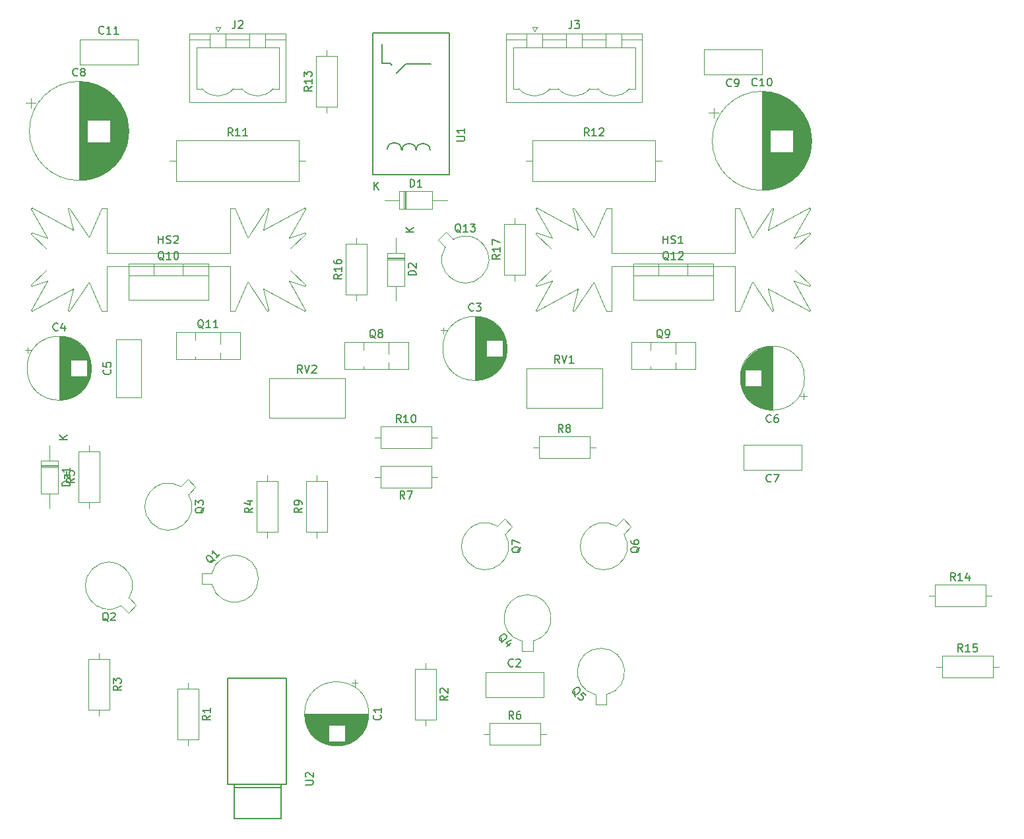
<source format=gbr>
G04 #@! TF.GenerationSoftware,KiCad,Pcbnew,(5.0.2)-1*
G04 #@! TF.CreationDate,2020-03-01T15:29:14+01:00*
G04 #@! TF.ProjectId,Ampli,416d706c-692e-46b6-9963-61645f706362,rev?*
G04 #@! TF.SameCoordinates,Original*
G04 #@! TF.FileFunction,Legend,Top*
G04 #@! TF.FilePolarity,Positive*
%FSLAX46Y46*%
G04 Gerber Fmt 4.6, Leading zero omitted, Abs format (unit mm)*
G04 Created by KiCad (PCBNEW (5.0.2)-1) date 01/03/2020 15:29:14*
%MOMM*%
%LPD*%
G01*
G04 APERTURE LIST*
%ADD10C,0.120000*%
%ADD11C,0.150000*%
G04 APERTURE END LIST*
D10*
G04 #@! TO.C,C1*
X78915000Y-110250302D02*
X78115000Y-110250302D01*
X78515000Y-109850302D02*
X78515000Y-110650302D01*
X76733000Y-118341000D02*
X75667000Y-118341000D01*
X76968000Y-118301000D02*
X75432000Y-118301000D01*
X77148000Y-118261000D02*
X75252000Y-118261000D01*
X77298000Y-118221000D02*
X75102000Y-118221000D01*
X77429000Y-118181000D02*
X74971000Y-118181000D01*
X77546000Y-118141000D02*
X74854000Y-118141000D01*
X77653000Y-118101000D02*
X74747000Y-118101000D01*
X77752000Y-118061000D02*
X74648000Y-118061000D01*
X77845000Y-118021000D02*
X74555000Y-118021000D01*
X77931000Y-117981000D02*
X74469000Y-117981000D01*
X78013000Y-117941000D02*
X74387000Y-117941000D01*
X78090000Y-117901000D02*
X74310000Y-117901000D01*
X78164000Y-117861000D02*
X74236000Y-117861000D01*
X78234000Y-117821000D02*
X74166000Y-117821000D01*
X75160000Y-117781000D02*
X74098000Y-117781000D01*
X78302000Y-117781000D02*
X77240000Y-117781000D01*
X75160000Y-117741000D02*
X74034000Y-117741000D01*
X78366000Y-117741000D02*
X77240000Y-117741000D01*
X75160000Y-117701000D02*
X73972000Y-117701000D01*
X78428000Y-117701000D02*
X77240000Y-117701000D01*
X75160000Y-117661000D02*
X73913000Y-117661000D01*
X78487000Y-117661000D02*
X77240000Y-117661000D01*
X75160000Y-117621000D02*
X73855000Y-117621000D01*
X78545000Y-117621000D02*
X77240000Y-117621000D01*
X75160000Y-117581000D02*
X73800000Y-117581000D01*
X78600000Y-117581000D02*
X77240000Y-117581000D01*
X75160000Y-117541000D02*
X73746000Y-117541000D01*
X78654000Y-117541000D02*
X77240000Y-117541000D01*
X75160000Y-117501000D02*
X73695000Y-117501000D01*
X78705000Y-117501000D02*
X77240000Y-117501000D01*
X75160000Y-117461000D02*
X73644000Y-117461000D01*
X78756000Y-117461000D02*
X77240000Y-117461000D01*
X75160000Y-117421000D02*
X73596000Y-117421000D01*
X78804000Y-117421000D02*
X77240000Y-117421000D01*
X75160000Y-117381000D02*
X73549000Y-117381000D01*
X78851000Y-117381000D02*
X77240000Y-117381000D01*
X75160000Y-117341000D02*
X73503000Y-117341000D01*
X78897000Y-117341000D02*
X77240000Y-117341000D01*
X75160000Y-117301000D02*
X73459000Y-117301000D01*
X78941000Y-117301000D02*
X77240000Y-117301000D01*
X75160000Y-117261000D02*
X73416000Y-117261000D01*
X78984000Y-117261000D02*
X77240000Y-117261000D01*
X75160000Y-117221000D02*
X73374000Y-117221000D01*
X79026000Y-117221000D02*
X77240000Y-117221000D01*
X75160000Y-117181000D02*
X73333000Y-117181000D01*
X79067000Y-117181000D02*
X77240000Y-117181000D01*
X75160000Y-117141000D02*
X73293000Y-117141000D01*
X79107000Y-117141000D02*
X77240000Y-117141000D01*
X75160000Y-117101000D02*
X73255000Y-117101000D01*
X79145000Y-117101000D02*
X77240000Y-117101000D01*
X75160000Y-117061000D02*
X73217000Y-117061000D01*
X79183000Y-117061000D02*
X77240000Y-117061000D01*
X75160000Y-117021000D02*
X73181000Y-117021000D01*
X79219000Y-117021000D02*
X77240000Y-117021000D01*
X75160000Y-116981000D02*
X73145000Y-116981000D01*
X79255000Y-116981000D02*
X77240000Y-116981000D01*
X75160000Y-116941000D02*
X73110000Y-116941000D01*
X79290000Y-116941000D02*
X77240000Y-116941000D01*
X75160000Y-116901000D02*
X73076000Y-116901000D01*
X79324000Y-116901000D02*
X77240000Y-116901000D01*
X75160000Y-116861000D02*
X73044000Y-116861000D01*
X79356000Y-116861000D02*
X77240000Y-116861000D01*
X75160000Y-116821000D02*
X73011000Y-116821000D01*
X79389000Y-116821000D02*
X77240000Y-116821000D01*
X75160000Y-116781000D02*
X72980000Y-116781000D01*
X79420000Y-116781000D02*
X77240000Y-116781000D01*
X75160000Y-116741000D02*
X72950000Y-116741000D01*
X79450000Y-116741000D02*
X77240000Y-116741000D01*
X75160000Y-116701000D02*
X72920000Y-116701000D01*
X79480000Y-116701000D02*
X77240000Y-116701000D01*
X75160000Y-116661000D02*
X72891000Y-116661000D01*
X79509000Y-116661000D02*
X77240000Y-116661000D01*
X75160000Y-116621000D02*
X72862000Y-116621000D01*
X79538000Y-116621000D02*
X77240000Y-116621000D01*
X75160000Y-116581000D02*
X72835000Y-116581000D01*
X79565000Y-116581000D02*
X77240000Y-116581000D01*
X75160000Y-116541000D02*
X72808000Y-116541000D01*
X79592000Y-116541000D02*
X77240000Y-116541000D01*
X75160000Y-116501000D02*
X72782000Y-116501000D01*
X79618000Y-116501000D02*
X77240000Y-116501000D01*
X75160000Y-116461000D02*
X72756000Y-116461000D01*
X79644000Y-116461000D02*
X77240000Y-116461000D01*
X75160000Y-116421000D02*
X72731000Y-116421000D01*
X79669000Y-116421000D02*
X77240000Y-116421000D01*
X75160000Y-116381000D02*
X72707000Y-116381000D01*
X79693000Y-116381000D02*
X77240000Y-116381000D01*
X75160000Y-116341000D02*
X72683000Y-116341000D01*
X79717000Y-116341000D02*
X77240000Y-116341000D01*
X75160000Y-116301000D02*
X72660000Y-116301000D01*
X79740000Y-116301000D02*
X77240000Y-116301000D01*
X75160000Y-116261000D02*
X72638000Y-116261000D01*
X79762000Y-116261000D02*
X77240000Y-116261000D01*
X75160000Y-116221000D02*
X72616000Y-116221000D01*
X79784000Y-116221000D02*
X77240000Y-116221000D01*
X75160000Y-116181000D02*
X72594000Y-116181000D01*
X79806000Y-116181000D02*
X77240000Y-116181000D01*
X75160000Y-116141000D02*
X72573000Y-116141000D01*
X79827000Y-116141000D02*
X77240000Y-116141000D01*
X75160000Y-116101000D02*
X72553000Y-116101000D01*
X79847000Y-116101000D02*
X77240000Y-116101000D01*
X75160000Y-116061000D02*
X72534000Y-116061000D01*
X79866000Y-116061000D02*
X77240000Y-116061000D01*
X75160000Y-116021000D02*
X72514000Y-116021000D01*
X79886000Y-116021000D02*
X77240000Y-116021000D01*
X75160000Y-115981000D02*
X72496000Y-115981000D01*
X79904000Y-115981000D02*
X77240000Y-115981000D01*
X75160000Y-115941000D02*
X72478000Y-115941000D01*
X79922000Y-115941000D02*
X77240000Y-115941000D01*
X75160000Y-115901000D02*
X72460000Y-115901000D01*
X79940000Y-115901000D02*
X77240000Y-115901000D01*
X75160000Y-115861000D02*
X72443000Y-115861000D01*
X79957000Y-115861000D02*
X77240000Y-115861000D01*
X75160000Y-115821000D02*
X72426000Y-115821000D01*
X79974000Y-115821000D02*
X77240000Y-115821000D01*
X75160000Y-115781000D02*
X72410000Y-115781000D01*
X79990000Y-115781000D02*
X77240000Y-115781000D01*
X75160000Y-115741000D02*
X72395000Y-115741000D01*
X80005000Y-115741000D02*
X77240000Y-115741000D01*
X80021000Y-115701000D02*
X72379000Y-115701000D01*
X80035000Y-115661000D02*
X72365000Y-115661000D01*
X80050000Y-115621000D02*
X72350000Y-115621000D01*
X80063000Y-115581000D02*
X72337000Y-115581000D01*
X80077000Y-115541000D02*
X72323000Y-115541000D01*
X80089000Y-115501000D02*
X72311000Y-115501000D01*
X80102000Y-115461000D02*
X72298000Y-115461000D01*
X80114000Y-115421000D02*
X72286000Y-115421000D01*
X80125000Y-115381000D02*
X72275000Y-115381000D01*
X80136000Y-115341000D02*
X72264000Y-115341000D01*
X80147000Y-115301000D02*
X72253000Y-115301000D01*
X80157000Y-115261000D02*
X72243000Y-115261000D01*
X80167000Y-115221000D02*
X72233000Y-115221000D01*
X80176000Y-115181000D02*
X72224000Y-115181000D01*
X80185000Y-115141000D02*
X72215000Y-115141000D01*
X80194000Y-115101000D02*
X72206000Y-115101000D01*
X80202000Y-115061000D02*
X72198000Y-115061000D01*
X80210000Y-115021000D02*
X72190000Y-115021000D01*
X80217000Y-114981000D02*
X72183000Y-114981000D01*
X80224000Y-114940000D02*
X72176000Y-114940000D01*
X80230000Y-114900000D02*
X72170000Y-114900000D01*
X80237000Y-114860000D02*
X72163000Y-114860000D01*
X80242000Y-114820000D02*
X72158000Y-114820000D01*
X80248000Y-114780000D02*
X72152000Y-114780000D01*
X80252000Y-114740000D02*
X72148000Y-114740000D01*
X80257000Y-114700000D02*
X72143000Y-114700000D01*
X80261000Y-114660000D02*
X72139000Y-114660000D01*
X80265000Y-114620000D02*
X72135000Y-114620000D01*
X80268000Y-114580000D02*
X72132000Y-114580000D01*
X80271000Y-114540000D02*
X72129000Y-114540000D01*
X80274000Y-114500000D02*
X72126000Y-114500000D01*
X80276000Y-114460000D02*
X72124000Y-114460000D01*
X80277000Y-114420000D02*
X72123000Y-114420000D01*
X80279000Y-114380000D02*
X72121000Y-114380000D01*
X80280000Y-114340000D02*
X72120000Y-114340000D01*
X80280000Y-114300000D02*
X72120000Y-114300000D01*
X80280000Y-114260000D02*
X72120000Y-114260000D01*
X80320000Y-114260000D02*
G75*
G03X80320000Y-114260000I-4120000J0D01*
G01*
G04 #@! TO.C,C2*
X102740000Y-108870000D02*
X102740000Y-112110000D01*
X95300000Y-108870000D02*
X95300000Y-112110000D01*
X95300000Y-112110000D02*
X102740000Y-112110000D01*
X95300000Y-108870000D02*
X102740000Y-108870000D01*
G04 #@! TO.C,C3*
X98060000Y-67310000D02*
G75*
G03X98060000Y-67310000I-4120000J0D01*
G01*
X93940000Y-63230000D02*
X93940000Y-71390000D01*
X93980000Y-63230000D02*
X93980000Y-71390000D01*
X94020000Y-63230000D02*
X94020000Y-71390000D01*
X94060000Y-63231000D02*
X94060000Y-71389000D01*
X94100000Y-63233000D02*
X94100000Y-71387000D01*
X94140000Y-63234000D02*
X94140000Y-71386000D01*
X94180000Y-63236000D02*
X94180000Y-71384000D01*
X94220000Y-63239000D02*
X94220000Y-71381000D01*
X94260000Y-63242000D02*
X94260000Y-71378000D01*
X94300000Y-63245000D02*
X94300000Y-71375000D01*
X94340000Y-63249000D02*
X94340000Y-71371000D01*
X94380000Y-63253000D02*
X94380000Y-71367000D01*
X94420000Y-63258000D02*
X94420000Y-71362000D01*
X94460000Y-63262000D02*
X94460000Y-71358000D01*
X94500000Y-63268000D02*
X94500000Y-71352000D01*
X94540000Y-63273000D02*
X94540000Y-71347000D01*
X94580000Y-63280000D02*
X94580000Y-71340000D01*
X94620000Y-63286000D02*
X94620000Y-71334000D01*
X94661000Y-63293000D02*
X94661000Y-71327000D01*
X94701000Y-63300000D02*
X94701000Y-71320000D01*
X94741000Y-63308000D02*
X94741000Y-71312000D01*
X94781000Y-63316000D02*
X94781000Y-71304000D01*
X94821000Y-63325000D02*
X94821000Y-71295000D01*
X94861000Y-63334000D02*
X94861000Y-71286000D01*
X94901000Y-63343000D02*
X94901000Y-71277000D01*
X94941000Y-63353000D02*
X94941000Y-71267000D01*
X94981000Y-63363000D02*
X94981000Y-71257000D01*
X95021000Y-63374000D02*
X95021000Y-71246000D01*
X95061000Y-63385000D02*
X95061000Y-71235000D01*
X95101000Y-63396000D02*
X95101000Y-71224000D01*
X95141000Y-63408000D02*
X95141000Y-71212000D01*
X95181000Y-63421000D02*
X95181000Y-71199000D01*
X95221000Y-63433000D02*
X95221000Y-71187000D01*
X95261000Y-63447000D02*
X95261000Y-71173000D01*
X95301000Y-63460000D02*
X95301000Y-71160000D01*
X95341000Y-63475000D02*
X95341000Y-71145000D01*
X95381000Y-63489000D02*
X95381000Y-71131000D01*
X95421000Y-63505000D02*
X95421000Y-66270000D01*
X95421000Y-68350000D02*
X95421000Y-71115000D01*
X95461000Y-63520000D02*
X95461000Y-66270000D01*
X95461000Y-68350000D02*
X95461000Y-71100000D01*
X95501000Y-63536000D02*
X95501000Y-66270000D01*
X95501000Y-68350000D02*
X95501000Y-71084000D01*
X95541000Y-63553000D02*
X95541000Y-66270000D01*
X95541000Y-68350000D02*
X95541000Y-71067000D01*
X95581000Y-63570000D02*
X95581000Y-66270000D01*
X95581000Y-68350000D02*
X95581000Y-71050000D01*
X95621000Y-63588000D02*
X95621000Y-66270000D01*
X95621000Y-68350000D02*
X95621000Y-71032000D01*
X95661000Y-63606000D02*
X95661000Y-66270000D01*
X95661000Y-68350000D02*
X95661000Y-71014000D01*
X95701000Y-63624000D02*
X95701000Y-66270000D01*
X95701000Y-68350000D02*
X95701000Y-70996000D01*
X95741000Y-63644000D02*
X95741000Y-66270000D01*
X95741000Y-68350000D02*
X95741000Y-70976000D01*
X95781000Y-63663000D02*
X95781000Y-66270000D01*
X95781000Y-68350000D02*
X95781000Y-70957000D01*
X95821000Y-63683000D02*
X95821000Y-66270000D01*
X95821000Y-68350000D02*
X95821000Y-70937000D01*
X95861000Y-63704000D02*
X95861000Y-66270000D01*
X95861000Y-68350000D02*
X95861000Y-70916000D01*
X95901000Y-63726000D02*
X95901000Y-66270000D01*
X95901000Y-68350000D02*
X95901000Y-70894000D01*
X95941000Y-63748000D02*
X95941000Y-66270000D01*
X95941000Y-68350000D02*
X95941000Y-70872000D01*
X95981000Y-63770000D02*
X95981000Y-66270000D01*
X95981000Y-68350000D02*
X95981000Y-70850000D01*
X96021000Y-63793000D02*
X96021000Y-66270000D01*
X96021000Y-68350000D02*
X96021000Y-70827000D01*
X96061000Y-63817000D02*
X96061000Y-66270000D01*
X96061000Y-68350000D02*
X96061000Y-70803000D01*
X96101000Y-63841000D02*
X96101000Y-66270000D01*
X96101000Y-68350000D02*
X96101000Y-70779000D01*
X96141000Y-63866000D02*
X96141000Y-66270000D01*
X96141000Y-68350000D02*
X96141000Y-70754000D01*
X96181000Y-63892000D02*
X96181000Y-66270000D01*
X96181000Y-68350000D02*
X96181000Y-70728000D01*
X96221000Y-63918000D02*
X96221000Y-66270000D01*
X96221000Y-68350000D02*
X96221000Y-70702000D01*
X96261000Y-63945000D02*
X96261000Y-66270000D01*
X96261000Y-68350000D02*
X96261000Y-70675000D01*
X96301000Y-63972000D02*
X96301000Y-66270000D01*
X96301000Y-68350000D02*
X96301000Y-70648000D01*
X96341000Y-64001000D02*
X96341000Y-66270000D01*
X96341000Y-68350000D02*
X96341000Y-70619000D01*
X96381000Y-64030000D02*
X96381000Y-66270000D01*
X96381000Y-68350000D02*
X96381000Y-70590000D01*
X96421000Y-64060000D02*
X96421000Y-66270000D01*
X96421000Y-68350000D02*
X96421000Y-70560000D01*
X96461000Y-64090000D02*
X96461000Y-66270000D01*
X96461000Y-68350000D02*
X96461000Y-70530000D01*
X96501000Y-64121000D02*
X96501000Y-66270000D01*
X96501000Y-68350000D02*
X96501000Y-70499000D01*
X96541000Y-64154000D02*
X96541000Y-66270000D01*
X96541000Y-68350000D02*
X96541000Y-70466000D01*
X96581000Y-64186000D02*
X96581000Y-66270000D01*
X96581000Y-68350000D02*
X96581000Y-70434000D01*
X96621000Y-64220000D02*
X96621000Y-66270000D01*
X96621000Y-68350000D02*
X96621000Y-70400000D01*
X96661000Y-64255000D02*
X96661000Y-66270000D01*
X96661000Y-68350000D02*
X96661000Y-70365000D01*
X96701000Y-64291000D02*
X96701000Y-66270000D01*
X96701000Y-68350000D02*
X96701000Y-70329000D01*
X96741000Y-64327000D02*
X96741000Y-66270000D01*
X96741000Y-68350000D02*
X96741000Y-70293000D01*
X96781000Y-64365000D02*
X96781000Y-66270000D01*
X96781000Y-68350000D02*
X96781000Y-70255000D01*
X96821000Y-64403000D02*
X96821000Y-66270000D01*
X96821000Y-68350000D02*
X96821000Y-70217000D01*
X96861000Y-64443000D02*
X96861000Y-66270000D01*
X96861000Y-68350000D02*
X96861000Y-70177000D01*
X96901000Y-64484000D02*
X96901000Y-66270000D01*
X96901000Y-68350000D02*
X96901000Y-70136000D01*
X96941000Y-64526000D02*
X96941000Y-66270000D01*
X96941000Y-68350000D02*
X96941000Y-70094000D01*
X96981000Y-64569000D02*
X96981000Y-66270000D01*
X96981000Y-68350000D02*
X96981000Y-70051000D01*
X97021000Y-64613000D02*
X97021000Y-66270000D01*
X97021000Y-68350000D02*
X97021000Y-70007000D01*
X97061000Y-64659000D02*
X97061000Y-66270000D01*
X97061000Y-68350000D02*
X97061000Y-69961000D01*
X97101000Y-64706000D02*
X97101000Y-66270000D01*
X97101000Y-68350000D02*
X97101000Y-69914000D01*
X97141000Y-64754000D02*
X97141000Y-66270000D01*
X97141000Y-68350000D02*
X97141000Y-69866000D01*
X97181000Y-64805000D02*
X97181000Y-66270000D01*
X97181000Y-68350000D02*
X97181000Y-69815000D01*
X97221000Y-64856000D02*
X97221000Y-66270000D01*
X97221000Y-68350000D02*
X97221000Y-69764000D01*
X97261000Y-64910000D02*
X97261000Y-66270000D01*
X97261000Y-68350000D02*
X97261000Y-69710000D01*
X97301000Y-64965000D02*
X97301000Y-66270000D01*
X97301000Y-68350000D02*
X97301000Y-69655000D01*
X97341000Y-65023000D02*
X97341000Y-66270000D01*
X97341000Y-68350000D02*
X97341000Y-69597000D01*
X97381000Y-65082000D02*
X97381000Y-66270000D01*
X97381000Y-68350000D02*
X97381000Y-69538000D01*
X97421000Y-65144000D02*
X97421000Y-66270000D01*
X97421000Y-68350000D02*
X97421000Y-69476000D01*
X97461000Y-65208000D02*
X97461000Y-66270000D01*
X97461000Y-68350000D02*
X97461000Y-69412000D01*
X97501000Y-65276000D02*
X97501000Y-69344000D01*
X97541000Y-65346000D02*
X97541000Y-69274000D01*
X97581000Y-65420000D02*
X97581000Y-69200000D01*
X97621000Y-65497000D02*
X97621000Y-69123000D01*
X97661000Y-65579000D02*
X97661000Y-69041000D01*
X97701000Y-65665000D02*
X97701000Y-68955000D01*
X97741000Y-65758000D02*
X97741000Y-68862000D01*
X97781000Y-65857000D02*
X97781000Y-68763000D01*
X97821000Y-65964000D02*
X97821000Y-68656000D01*
X97861000Y-66081000D02*
X97861000Y-68539000D01*
X97901000Y-66212000D02*
X97901000Y-68408000D01*
X97941000Y-66362000D02*
X97941000Y-68258000D01*
X97981000Y-66542000D02*
X97981000Y-68078000D01*
X98021000Y-66777000D02*
X98021000Y-67843000D01*
X89530302Y-64995000D02*
X90330302Y-64995000D01*
X89930302Y-64595000D02*
X89930302Y-65395000D01*
G04 #@! TO.C,C4*
X36590302Y-67135000D02*
X36590302Y-67935000D01*
X36190302Y-67535000D02*
X36990302Y-67535000D01*
X44681000Y-69317000D02*
X44681000Y-70383000D01*
X44641000Y-69082000D02*
X44641000Y-70618000D01*
X44601000Y-68902000D02*
X44601000Y-70798000D01*
X44561000Y-68752000D02*
X44561000Y-70948000D01*
X44521000Y-68621000D02*
X44521000Y-71079000D01*
X44481000Y-68504000D02*
X44481000Y-71196000D01*
X44441000Y-68397000D02*
X44441000Y-71303000D01*
X44401000Y-68298000D02*
X44401000Y-71402000D01*
X44361000Y-68205000D02*
X44361000Y-71495000D01*
X44321000Y-68119000D02*
X44321000Y-71581000D01*
X44281000Y-68037000D02*
X44281000Y-71663000D01*
X44241000Y-67960000D02*
X44241000Y-71740000D01*
X44201000Y-67886000D02*
X44201000Y-71814000D01*
X44161000Y-67816000D02*
X44161000Y-71884000D01*
X44121000Y-70890000D02*
X44121000Y-71952000D01*
X44121000Y-67748000D02*
X44121000Y-68810000D01*
X44081000Y-70890000D02*
X44081000Y-72016000D01*
X44081000Y-67684000D02*
X44081000Y-68810000D01*
X44041000Y-70890000D02*
X44041000Y-72078000D01*
X44041000Y-67622000D02*
X44041000Y-68810000D01*
X44001000Y-70890000D02*
X44001000Y-72137000D01*
X44001000Y-67563000D02*
X44001000Y-68810000D01*
X43961000Y-70890000D02*
X43961000Y-72195000D01*
X43961000Y-67505000D02*
X43961000Y-68810000D01*
X43921000Y-70890000D02*
X43921000Y-72250000D01*
X43921000Y-67450000D02*
X43921000Y-68810000D01*
X43881000Y-70890000D02*
X43881000Y-72304000D01*
X43881000Y-67396000D02*
X43881000Y-68810000D01*
X43841000Y-70890000D02*
X43841000Y-72355000D01*
X43841000Y-67345000D02*
X43841000Y-68810000D01*
X43801000Y-70890000D02*
X43801000Y-72406000D01*
X43801000Y-67294000D02*
X43801000Y-68810000D01*
X43761000Y-70890000D02*
X43761000Y-72454000D01*
X43761000Y-67246000D02*
X43761000Y-68810000D01*
X43721000Y-70890000D02*
X43721000Y-72501000D01*
X43721000Y-67199000D02*
X43721000Y-68810000D01*
X43681000Y-70890000D02*
X43681000Y-72547000D01*
X43681000Y-67153000D02*
X43681000Y-68810000D01*
X43641000Y-70890000D02*
X43641000Y-72591000D01*
X43641000Y-67109000D02*
X43641000Y-68810000D01*
X43601000Y-70890000D02*
X43601000Y-72634000D01*
X43601000Y-67066000D02*
X43601000Y-68810000D01*
X43561000Y-70890000D02*
X43561000Y-72676000D01*
X43561000Y-67024000D02*
X43561000Y-68810000D01*
X43521000Y-70890000D02*
X43521000Y-72717000D01*
X43521000Y-66983000D02*
X43521000Y-68810000D01*
X43481000Y-70890000D02*
X43481000Y-72757000D01*
X43481000Y-66943000D02*
X43481000Y-68810000D01*
X43441000Y-70890000D02*
X43441000Y-72795000D01*
X43441000Y-66905000D02*
X43441000Y-68810000D01*
X43401000Y-70890000D02*
X43401000Y-72833000D01*
X43401000Y-66867000D02*
X43401000Y-68810000D01*
X43361000Y-70890000D02*
X43361000Y-72869000D01*
X43361000Y-66831000D02*
X43361000Y-68810000D01*
X43321000Y-70890000D02*
X43321000Y-72905000D01*
X43321000Y-66795000D02*
X43321000Y-68810000D01*
X43281000Y-70890000D02*
X43281000Y-72940000D01*
X43281000Y-66760000D02*
X43281000Y-68810000D01*
X43241000Y-70890000D02*
X43241000Y-72974000D01*
X43241000Y-66726000D02*
X43241000Y-68810000D01*
X43201000Y-70890000D02*
X43201000Y-73006000D01*
X43201000Y-66694000D02*
X43201000Y-68810000D01*
X43161000Y-70890000D02*
X43161000Y-73039000D01*
X43161000Y-66661000D02*
X43161000Y-68810000D01*
X43121000Y-70890000D02*
X43121000Y-73070000D01*
X43121000Y-66630000D02*
X43121000Y-68810000D01*
X43081000Y-70890000D02*
X43081000Y-73100000D01*
X43081000Y-66600000D02*
X43081000Y-68810000D01*
X43041000Y-70890000D02*
X43041000Y-73130000D01*
X43041000Y-66570000D02*
X43041000Y-68810000D01*
X43001000Y-70890000D02*
X43001000Y-73159000D01*
X43001000Y-66541000D02*
X43001000Y-68810000D01*
X42961000Y-70890000D02*
X42961000Y-73188000D01*
X42961000Y-66512000D02*
X42961000Y-68810000D01*
X42921000Y-70890000D02*
X42921000Y-73215000D01*
X42921000Y-66485000D02*
X42921000Y-68810000D01*
X42881000Y-70890000D02*
X42881000Y-73242000D01*
X42881000Y-66458000D02*
X42881000Y-68810000D01*
X42841000Y-70890000D02*
X42841000Y-73268000D01*
X42841000Y-66432000D02*
X42841000Y-68810000D01*
X42801000Y-70890000D02*
X42801000Y-73294000D01*
X42801000Y-66406000D02*
X42801000Y-68810000D01*
X42761000Y-70890000D02*
X42761000Y-73319000D01*
X42761000Y-66381000D02*
X42761000Y-68810000D01*
X42721000Y-70890000D02*
X42721000Y-73343000D01*
X42721000Y-66357000D02*
X42721000Y-68810000D01*
X42681000Y-70890000D02*
X42681000Y-73367000D01*
X42681000Y-66333000D02*
X42681000Y-68810000D01*
X42641000Y-70890000D02*
X42641000Y-73390000D01*
X42641000Y-66310000D02*
X42641000Y-68810000D01*
X42601000Y-70890000D02*
X42601000Y-73412000D01*
X42601000Y-66288000D02*
X42601000Y-68810000D01*
X42561000Y-70890000D02*
X42561000Y-73434000D01*
X42561000Y-66266000D02*
X42561000Y-68810000D01*
X42521000Y-70890000D02*
X42521000Y-73456000D01*
X42521000Y-66244000D02*
X42521000Y-68810000D01*
X42481000Y-70890000D02*
X42481000Y-73477000D01*
X42481000Y-66223000D02*
X42481000Y-68810000D01*
X42441000Y-70890000D02*
X42441000Y-73497000D01*
X42441000Y-66203000D02*
X42441000Y-68810000D01*
X42401000Y-70890000D02*
X42401000Y-73516000D01*
X42401000Y-66184000D02*
X42401000Y-68810000D01*
X42361000Y-70890000D02*
X42361000Y-73536000D01*
X42361000Y-66164000D02*
X42361000Y-68810000D01*
X42321000Y-70890000D02*
X42321000Y-73554000D01*
X42321000Y-66146000D02*
X42321000Y-68810000D01*
X42281000Y-70890000D02*
X42281000Y-73572000D01*
X42281000Y-66128000D02*
X42281000Y-68810000D01*
X42241000Y-70890000D02*
X42241000Y-73590000D01*
X42241000Y-66110000D02*
X42241000Y-68810000D01*
X42201000Y-70890000D02*
X42201000Y-73607000D01*
X42201000Y-66093000D02*
X42201000Y-68810000D01*
X42161000Y-70890000D02*
X42161000Y-73624000D01*
X42161000Y-66076000D02*
X42161000Y-68810000D01*
X42121000Y-70890000D02*
X42121000Y-73640000D01*
X42121000Y-66060000D02*
X42121000Y-68810000D01*
X42081000Y-70890000D02*
X42081000Y-73655000D01*
X42081000Y-66045000D02*
X42081000Y-68810000D01*
X42041000Y-66029000D02*
X42041000Y-73671000D01*
X42001000Y-66015000D02*
X42001000Y-73685000D01*
X41961000Y-66000000D02*
X41961000Y-73700000D01*
X41921000Y-65987000D02*
X41921000Y-73713000D01*
X41881000Y-65973000D02*
X41881000Y-73727000D01*
X41841000Y-65961000D02*
X41841000Y-73739000D01*
X41801000Y-65948000D02*
X41801000Y-73752000D01*
X41761000Y-65936000D02*
X41761000Y-73764000D01*
X41721000Y-65925000D02*
X41721000Y-73775000D01*
X41681000Y-65914000D02*
X41681000Y-73786000D01*
X41641000Y-65903000D02*
X41641000Y-73797000D01*
X41601000Y-65893000D02*
X41601000Y-73807000D01*
X41561000Y-65883000D02*
X41561000Y-73817000D01*
X41521000Y-65874000D02*
X41521000Y-73826000D01*
X41481000Y-65865000D02*
X41481000Y-73835000D01*
X41441000Y-65856000D02*
X41441000Y-73844000D01*
X41401000Y-65848000D02*
X41401000Y-73852000D01*
X41361000Y-65840000D02*
X41361000Y-73860000D01*
X41321000Y-65833000D02*
X41321000Y-73867000D01*
X41280000Y-65826000D02*
X41280000Y-73874000D01*
X41240000Y-65820000D02*
X41240000Y-73880000D01*
X41200000Y-65813000D02*
X41200000Y-73887000D01*
X41160000Y-65808000D02*
X41160000Y-73892000D01*
X41120000Y-65802000D02*
X41120000Y-73898000D01*
X41080000Y-65798000D02*
X41080000Y-73902000D01*
X41040000Y-65793000D02*
X41040000Y-73907000D01*
X41000000Y-65789000D02*
X41000000Y-73911000D01*
X40960000Y-65785000D02*
X40960000Y-73915000D01*
X40920000Y-65782000D02*
X40920000Y-73918000D01*
X40880000Y-65779000D02*
X40880000Y-73921000D01*
X40840000Y-65776000D02*
X40840000Y-73924000D01*
X40800000Y-65774000D02*
X40800000Y-73926000D01*
X40760000Y-65773000D02*
X40760000Y-73927000D01*
X40720000Y-65771000D02*
X40720000Y-73929000D01*
X40680000Y-65770000D02*
X40680000Y-73930000D01*
X40640000Y-65770000D02*
X40640000Y-73930000D01*
X40600000Y-65770000D02*
X40600000Y-73930000D01*
X44720000Y-69850000D02*
G75*
G03X44720000Y-69850000I-4120000J0D01*
G01*
G04 #@! TO.C,C5*
X47910000Y-73610000D02*
X47910000Y-66170000D01*
X51150000Y-73610000D02*
X51150000Y-66170000D01*
X47910000Y-73610000D02*
X51150000Y-73610000D01*
X47910000Y-66170000D02*
X51150000Y-66170000D01*
G04 #@! TO.C,C6*
X136240000Y-71120000D02*
G75*
G03X136240000Y-71120000I-4120000J0D01*
G01*
X132120000Y-75200000D02*
X132120000Y-67040000D01*
X132080000Y-75200000D02*
X132080000Y-67040000D01*
X132040000Y-75200000D02*
X132040000Y-67040000D01*
X132000000Y-75199000D02*
X132000000Y-67041000D01*
X131960000Y-75197000D02*
X131960000Y-67043000D01*
X131920000Y-75196000D02*
X131920000Y-67044000D01*
X131880000Y-75194000D02*
X131880000Y-67046000D01*
X131840000Y-75191000D02*
X131840000Y-67049000D01*
X131800000Y-75188000D02*
X131800000Y-67052000D01*
X131760000Y-75185000D02*
X131760000Y-67055000D01*
X131720000Y-75181000D02*
X131720000Y-67059000D01*
X131680000Y-75177000D02*
X131680000Y-67063000D01*
X131640000Y-75172000D02*
X131640000Y-67068000D01*
X131600000Y-75168000D02*
X131600000Y-67072000D01*
X131560000Y-75162000D02*
X131560000Y-67078000D01*
X131520000Y-75157000D02*
X131520000Y-67083000D01*
X131480000Y-75150000D02*
X131480000Y-67090000D01*
X131440000Y-75144000D02*
X131440000Y-67096000D01*
X131399000Y-75137000D02*
X131399000Y-67103000D01*
X131359000Y-75130000D02*
X131359000Y-67110000D01*
X131319000Y-75122000D02*
X131319000Y-67118000D01*
X131279000Y-75114000D02*
X131279000Y-67126000D01*
X131239000Y-75105000D02*
X131239000Y-67135000D01*
X131199000Y-75096000D02*
X131199000Y-67144000D01*
X131159000Y-75087000D02*
X131159000Y-67153000D01*
X131119000Y-75077000D02*
X131119000Y-67163000D01*
X131079000Y-75067000D02*
X131079000Y-67173000D01*
X131039000Y-75056000D02*
X131039000Y-67184000D01*
X130999000Y-75045000D02*
X130999000Y-67195000D01*
X130959000Y-75034000D02*
X130959000Y-67206000D01*
X130919000Y-75022000D02*
X130919000Y-67218000D01*
X130879000Y-75009000D02*
X130879000Y-67231000D01*
X130839000Y-74997000D02*
X130839000Y-67243000D01*
X130799000Y-74983000D02*
X130799000Y-67257000D01*
X130759000Y-74970000D02*
X130759000Y-67270000D01*
X130719000Y-74955000D02*
X130719000Y-67285000D01*
X130679000Y-74941000D02*
X130679000Y-67299000D01*
X130639000Y-74925000D02*
X130639000Y-72160000D01*
X130639000Y-70080000D02*
X130639000Y-67315000D01*
X130599000Y-74910000D02*
X130599000Y-72160000D01*
X130599000Y-70080000D02*
X130599000Y-67330000D01*
X130559000Y-74894000D02*
X130559000Y-72160000D01*
X130559000Y-70080000D02*
X130559000Y-67346000D01*
X130519000Y-74877000D02*
X130519000Y-72160000D01*
X130519000Y-70080000D02*
X130519000Y-67363000D01*
X130479000Y-74860000D02*
X130479000Y-72160000D01*
X130479000Y-70080000D02*
X130479000Y-67380000D01*
X130439000Y-74842000D02*
X130439000Y-72160000D01*
X130439000Y-70080000D02*
X130439000Y-67398000D01*
X130399000Y-74824000D02*
X130399000Y-72160000D01*
X130399000Y-70080000D02*
X130399000Y-67416000D01*
X130359000Y-74806000D02*
X130359000Y-72160000D01*
X130359000Y-70080000D02*
X130359000Y-67434000D01*
X130319000Y-74786000D02*
X130319000Y-72160000D01*
X130319000Y-70080000D02*
X130319000Y-67454000D01*
X130279000Y-74767000D02*
X130279000Y-72160000D01*
X130279000Y-70080000D02*
X130279000Y-67473000D01*
X130239000Y-74747000D02*
X130239000Y-72160000D01*
X130239000Y-70080000D02*
X130239000Y-67493000D01*
X130199000Y-74726000D02*
X130199000Y-72160000D01*
X130199000Y-70080000D02*
X130199000Y-67514000D01*
X130159000Y-74704000D02*
X130159000Y-72160000D01*
X130159000Y-70080000D02*
X130159000Y-67536000D01*
X130119000Y-74682000D02*
X130119000Y-72160000D01*
X130119000Y-70080000D02*
X130119000Y-67558000D01*
X130079000Y-74660000D02*
X130079000Y-72160000D01*
X130079000Y-70080000D02*
X130079000Y-67580000D01*
X130039000Y-74637000D02*
X130039000Y-72160000D01*
X130039000Y-70080000D02*
X130039000Y-67603000D01*
X129999000Y-74613000D02*
X129999000Y-72160000D01*
X129999000Y-70080000D02*
X129999000Y-67627000D01*
X129959000Y-74589000D02*
X129959000Y-72160000D01*
X129959000Y-70080000D02*
X129959000Y-67651000D01*
X129919000Y-74564000D02*
X129919000Y-72160000D01*
X129919000Y-70080000D02*
X129919000Y-67676000D01*
X129879000Y-74538000D02*
X129879000Y-72160000D01*
X129879000Y-70080000D02*
X129879000Y-67702000D01*
X129839000Y-74512000D02*
X129839000Y-72160000D01*
X129839000Y-70080000D02*
X129839000Y-67728000D01*
X129799000Y-74485000D02*
X129799000Y-72160000D01*
X129799000Y-70080000D02*
X129799000Y-67755000D01*
X129759000Y-74458000D02*
X129759000Y-72160000D01*
X129759000Y-70080000D02*
X129759000Y-67782000D01*
X129719000Y-74429000D02*
X129719000Y-72160000D01*
X129719000Y-70080000D02*
X129719000Y-67811000D01*
X129679000Y-74400000D02*
X129679000Y-72160000D01*
X129679000Y-70080000D02*
X129679000Y-67840000D01*
X129639000Y-74370000D02*
X129639000Y-72160000D01*
X129639000Y-70080000D02*
X129639000Y-67870000D01*
X129599000Y-74340000D02*
X129599000Y-72160000D01*
X129599000Y-70080000D02*
X129599000Y-67900000D01*
X129559000Y-74309000D02*
X129559000Y-72160000D01*
X129559000Y-70080000D02*
X129559000Y-67931000D01*
X129519000Y-74276000D02*
X129519000Y-72160000D01*
X129519000Y-70080000D02*
X129519000Y-67964000D01*
X129479000Y-74244000D02*
X129479000Y-72160000D01*
X129479000Y-70080000D02*
X129479000Y-67996000D01*
X129439000Y-74210000D02*
X129439000Y-72160000D01*
X129439000Y-70080000D02*
X129439000Y-68030000D01*
X129399000Y-74175000D02*
X129399000Y-72160000D01*
X129399000Y-70080000D02*
X129399000Y-68065000D01*
X129359000Y-74139000D02*
X129359000Y-72160000D01*
X129359000Y-70080000D02*
X129359000Y-68101000D01*
X129319000Y-74103000D02*
X129319000Y-72160000D01*
X129319000Y-70080000D02*
X129319000Y-68137000D01*
X129279000Y-74065000D02*
X129279000Y-72160000D01*
X129279000Y-70080000D02*
X129279000Y-68175000D01*
X129239000Y-74027000D02*
X129239000Y-72160000D01*
X129239000Y-70080000D02*
X129239000Y-68213000D01*
X129199000Y-73987000D02*
X129199000Y-72160000D01*
X129199000Y-70080000D02*
X129199000Y-68253000D01*
X129159000Y-73946000D02*
X129159000Y-72160000D01*
X129159000Y-70080000D02*
X129159000Y-68294000D01*
X129119000Y-73904000D02*
X129119000Y-72160000D01*
X129119000Y-70080000D02*
X129119000Y-68336000D01*
X129079000Y-73861000D02*
X129079000Y-72160000D01*
X129079000Y-70080000D02*
X129079000Y-68379000D01*
X129039000Y-73817000D02*
X129039000Y-72160000D01*
X129039000Y-70080000D02*
X129039000Y-68423000D01*
X128999000Y-73771000D02*
X128999000Y-72160000D01*
X128999000Y-70080000D02*
X128999000Y-68469000D01*
X128959000Y-73724000D02*
X128959000Y-72160000D01*
X128959000Y-70080000D02*
X128959000Y-68516000D01*
X128919000Y-73676000D02*
X128919000Y-72160000D01*
X128919000Y-70080000D02*
X128919000Y-68564000D01*
X128879000Y-73625000D02*
X128879000Y-72160000D01*
X128879000Y-70080000D02*
X128879000Y-68615000D01*
X128839000Y-73574000D02*
X128839000Y-72160000D01*
X128839000Y-70080000D02*
X128839000Y-68666000D01*
X128799000Y-73520000D02*
X128799000Y-72160000D01*
X128799000Y-70080000D02*
X128799000Y-68720000D01*
X128759000Y-73465000D02*
X128759000Y-72160000D01*
X128759000Y-70080000D02*
X128759000Y-68775000D01*
X128719000Y-73407000D02*
X128719000Y-72160000D01*
X128719000Y-70080000D02*
X128719000Y-68833000D01*
X128679000Y-73348000D02*
X128679000Y-72160000D01*
X128679000Y-70080000D02*
X128679000Y-68892000D01*
X128639000Y-73286000D02*
X128639000Y-72160000D01*
X128639000Y-70080000D02*
X128639000Y-68954000D01*
X128599000Y-73222000D02*
X128599000Y-72160000D01*
X128599000Y-70080000D02*
X128599000Y-69018000D01*
X128559000Y-73154000D02*
X128559000Y-69086000D01*
X128519000Y-73084000D02*
X128519000Y-69156000D01*
X128479000Y-73010000D02*
X128479000Y-69230000D01*
X128439000Y-72933000D02*
X128439000Y-69307000D01*
X128399000Y-72851000D02*
X128399000Y-69389000D01*
X128359000Y-72765000D02*
X128359000Y-69475000D01*
X128319000Y-72672000D02*
X128319000Y-69568000D01*
X128279000Y-72573000D02*
X128279000Y-69667000D01*
X128239000Y-72466000D02*
X128239000Y-69774000D01*
X128199000Y-72349000D02*
X128199000Y-69891000D01*
X128159000Y-72218000D02*
X128159000Y-70022000D01*
X128119000Y-72068000D02*
X128119000Y-70172000D01*
X128079000Y-71888000D02*
X128079000Y-70352000D01*
X128039000Y-71653000D02*
X128039000Y-70587000D01*
X136529698Y-73435000D02*
X135729698Y-73435000D01*
X136129698Y-73835000D02*
X136129698Y-73035000D01*
G04 #@! TO.C,C7*
X135840000Y-82900000D02*
X128400000Y-82900000D01*
X135840000Y-79660000D02*
X128400000Y-79660000D01*
X135840000Y-82900000D02*
X135840000Y-79660000D01*
X128400000Y-82900000D02*
X128400000Y-79660000D01*
G04 #@! TO.C,C8*
X36947918Y-35170000D02*
X36947918Y-36420000D01*
X36322918Y-35795000D02*
X37572918Y-35795000D01*
X49501000Y-39053000D02*
X49501000Y-39687000D01*
X49461000Y-38613000D02*
X49461000Y-40127000D01*
X49421000Y-38342000D02*
X49421000Y-40398000D01*
X49381000Y-38129000D02*
X49381000Y-40611000D01*
X49341000Y-37948000D02*
X49341000Y-40792000D01*
X49301000Y-37787000D02*
X49301000Y-40953000D01*
X49261000Y-37642000D02*
X49261000Y-41098000D01*
X49221000Y-37509000D02*
X49221000Y-41231000D01*
X49181000Y-37386000D02*
X49181000Y-41354000D01*
X49141000Y-37270000D02*
X49141000Y-41470000D01*
X49101000Y-37161000D02*
X49101000Y-41579000D01*
X49061000Y-37058000D02*
X49061000Y-41682000D01*
X49021000Y-36960000D02*
X49021000Y-41780000D01*
X48981000Y-36866000D02*
X48981000Y-41874000D01*
X48941000Y-36776000D02*
X48941000Y-41964000D01*
X48901000Y-36689000D02*
X48901000Y-42051000D01*
X48861000Y-36606000D02*
X48861000Y-42134000D01*
X48821000Y-36526000D02*
X48821000Y-42214000D01*
X48781000Y-36449000D02*
X48781000Y-42291000D01*
X48741000Y-36374000D02*
X48741000Y-42366000D01*
X48701000Y-36301000D02*
X48701000Y-42439000D01*
X48661000Y-36230000D02*
X48661000Y-42510000D01*
X48621000Y-36162000D02*
X48621000Y-42578000D01*
X48581000Y-36095000D02*
X48581000Y-42645000D01*
X48541000Y-36031000D02*
X48541000Y-42709000D01*
X48501000Y-35968000D02*
X48501000Y-42772000D01*
X48461000Y-35906000D02*
X48461000Y-42834000D01*
X48421000Y-35846000D02*
X48421000Y-42894000D01*
X48381000Y-35787000D02*
X48381000Y-42953000D01*
X48341000Y-35730000D02*
X48341000Y-43010000D01*
X48301000Y-35674000D02*
X48301000Y-43066000D01*
X48261000Y-35620000D02*
X48261000Y-43120000D01*
X48221000Y-35566000D02*
X48221000Y-43174000D01*
X48181000Y-35514000D02*
X48181000Y-43226000D01*
X48141000Y-35463000D02*
X48141000Y-43277000D01*
X48101000Y-35413000D02*
X48101000Y-43327000D01*
X48061000Y-35363000D02*
X48061000Y-43377000D01*
X48021000Y-35315000D02*
X48021000Y-43425000D01*
X47981000Y-35268000D02*
X47981000Y-43472000D01*
X47941000Y-35222000D02*
X47941000Y-43518000D01*
X47901000Y-35176000D02*
X47901000Y-43564000D01*
X47861000Y-35132000D02*
X47861000Y-43608000D01*
X47821000Y-35088000D02*
X47821000Y-43652000D01*
X47781000Y-35045000D02*
X47781000Y-43695000D01*
X47741000Y-35003000D02*
X47741000Y-43737000D01*
X47701000Y-34962000D02*
X47701000Y-43778000D01*
X47661000Y-34921000D02*
X47661000Y-43819000D01*
X47621000Y-34881000D02*
X47621000Y-43859000D01*
X47581000Y-34842000D02*
X47581000Y-43898000D01*
X47541000Y-34803000D02*
X47541000Y-43937000D01*
X47501000Y-34765000D02*
X47501000Y-43975000D01*
X47461000Y-34728000D02*
X47461000Y-44012000D01*
X47421000Y-34692000D02*
X47421000Y-44048000D01*
X47381000Y-34656000D02*
X47381000Y-44084000D01*
X47341000Y-34620000D02*
X47341000Y-44120000D01*
X47301000Y-34585000D02*
X47301000Y-44155000D01*
X47261000Y-34551000D02*
X47261000Y-44189000D01*
X47221000Y-34518000D02*
X47221000Y-44222000D01*
X47181000Y-34485000D02*
X47181000Y-44255000D01*
X47141000Y-34452000D02*
X47141000Y-44288000D01*
X47101000Y-34420000D02*
X47101000Y-44320000D01*
X47061000Y-40810000D02*
X47061000Y-44352000D01*
X47061000Y-34388000D02*
X47061000Y-37930000D01*
X47021000Y-40810000D02*
X47021000Y-44382000D01*
X47021000Y-34358000D02*
X47021000Y-37930000D01*
X46981000Y-40810000D02*
X46981000Y-44413000D01*
X46981000Y-34327000D02*
X46981000Y-37930000D01*
X46941000Y-40810000D02*
X46941000Y-44443000D01*
X46941000Y-34297000D02*
X46941000Y-37930000D01*
X46901000Y-40810000D02*
X46901000Y-44472000D01*
X46901000Y-34268000D02*
X46901000Y-37930000D01*
X46861000Y-40810000D02*
X46861000Y-44501000D01*
X46861000Y-34239000D02*
X46861000Y-37930000D01*
X46821000Y-40810000D02*
X46821000Y-44530000D01*
X46821000Y-34210000D02*
X46821000Y-37930000D01*
X46781000Y-40810000D02*
X46781000Y-44558000D01*
X46781000Y-34182000D02*
X46781000Y-37930000D01*
X46741000Y-40810000D02*
X46741000Y-44586000D01*
X46741000Y-34154000D02*
X46741000Y-37930000D01*
X46701000Y-40810000D02*
X46701000Y-44613000D01*
X46701000Y-34127000D02*
X46701000Y-37930000D01*
X46661000Y-40810000D02*
X46661000Y-44640000D01*
X46661000Y-34100000D02*
X46661000Y-37930000D01*
X46621000Y-40810000D02*
X46621000Y-44666000D01*
X46621000Y-34074000D02*
X46621000Y-37930000D01*
X46581000Y-40810000D02*
X46581000Y-44692000D01*
X46581000Y-34048000D02*
X46581000Y-37930000D01*
X46541000Y-40810000D02*
X46541000Y-44717000D01*
X46541000Y-34023000D02*
X46541000Y-37930000D01*
X46501000Y-40810000D02*
X46501000Y-44742000D01*
X46501000Y-33998000D02*
X46501000Y-37930000D01*
X46461000Y-40810000D02*
X46461000Y-44767000D01*
X46461000Y-33973000D02*
X46461000Y-37930000D01*
X46421000Y-40810000D02*
X46421000Y-44791000D01*
X46421000Y-33949000D02*
X46421000Y-37930000D01*
X46381000Y-40810000D02*
X46381000Y-44815000D01*
X46381000Y-33925000D02*
X46381000Y-37930000D01*
X46341000Y-40810000D02*
X46341000Y-44838000D01*
X46341000Y-33902000D02*
X46341000Y-37930000D01*
X46301000Y-40810000D02*
X46301000Y-44861000D01*
X46301000Y-33879000D02*
X46301000Y-37930000D01*
X46261000Y-40810000D02*
X46261000Y-44884000D01*
X46261000Y-33856000D02*
X46261000Y-37930000D01*
X46221000Y-40810000D02*
X46221000Y-44906000D01*
X46221000Y-33834000D02*
X46221000Y-37930000D01*
X46181000Y-40810000D02*
X46181000Y-44928000D01*
X46181000Y-33812000D02*
X46181000Y-37930000D01*
X46141000Y-40810000D02*
X46141000Y-44950000D01*
X46141000Y-33790000D02*
X46141000Y-37930000D01*
X46101000Y-40810000D02*
X46101000Y-44971000D01*
X46101000Y-33769000D02*
X46101000Y-37930000D01*
X46061000Y-40810000D02*
X46061000Y-44992000D01*
X46061000Y-33748000D02*
X46061000Y-37930000D01*
X46021000Y-40810000D02*
X46021000Y-45012000D01*
X46021000Y-33728000D02*
X46021000Y-37930000D01*
X45981000Y-40810000D02*
X45981000Y-45032000D01*
X45981000Y-33708000D02*
X45981000Y-37930000D01*
X45941000Y-40810000D02*
X45941000Y-45052000D01*
X45941000Y-33688000D02*
X45941000Y-37930000D01*
X45901000Y-40810000D02*
X45901000Y-45072000D01*
X45901000Y-33668000D02*
X45901000Y-37930000D01*
X45861000Y-40810000D02*
X45861000Y-45091000D01*
X45861000Y-33649000D02*
X45861000Y-37930000D01*
X45821000Y-40810000D02*
X45821000Y-45109000D01*
X45821000Y-33631000D02*
X45821000Y-37930000D01*
X45781000Y-40810000D02*
X45781000Y-45128000D01*
X45781000Y-33612000D02*
X45781000Y-37930000D01*
X45741000Y-40810000D02*
X45741000Y-45146000D01*
X45741000Y-33594000D02*
X45741000Y-37930000D01*
X45701000Y-40810000D02*
X45701000Y-45163000D01*
X45701000Y-33577000D02*
X45701000Y-37930000D01*
X45661000Y-40810000D02*
X45661000Y-45181000D01*
X45661000Y-33559000D02*
X45661000Y-37930000D01*
X45621000Y-40810000D02*
X45621000Y-45198000D01*
X45621000Y-33542000D02*
X45621000Y-37930000D01*
X45581000Y-40810000D02*
X45581000Y-45215000D01*
X45581000Y-33525000D02*
X45581000Y-37930000D01*
X45541000Y-40810000D02*
X45541000Y-45231000D01*
X45541000Y-33509000D02*
X45541000Y-37930000D01*
X45501000Y-40810000D02*
X45501000Y-45247000D01*
X45501000Y-33493000D02*
X45501000Y-37930000D01*
X45461000Y-40810000D02*
X45461000Y-45263000D01*
X45461000Y-33477000D02*
X45461000Y-37930000D01*
X45421000Y-40810000D02*
X45421000Y-45278000D01*
X45421000Y-33462000D02*
X45421000Y-37930000D01*
X45381000Y-40810000D02*
X45381000Y-45294000D01*
X45381000Y-33446000D02*
X45381000Y-37930000D01*
X45341000Y-40810000D02*
X45341000Y-45309000D01*
X45341000Y-33431000D02*
X45341000Y-37930000D01*
X45301000Y-40810000D02*
X45301000Y-45323000D01*
X45301000Y-33417000D02*
X45301000Y-37930000D01*
X45261000Y-40810000D02*
X45261000Y-45337000D01*
X45261000Y-33403000D02*
X45261000Y-37930000D01*
X45221000Y-40810000D02*
X45221000Y-45351000D01*
X45221000Y-33389000D02*
X45221000Y-37930000D01*
X45181000Y-40810000D02*
X45181000Y-45365000D01*
X45181000Y-33375000D02*
X45181000Y-37930000D01*
X45141000Y-40810000D02*
X45141000Y-45378000D01*
X45141000Y-33362000D02*
X45141000Y-37930000D01*
X45101000Y-40810000D02*
X45101000Y-45391000D01*
X45101000Y-33349000D02*
X45101000Y-37930000D01*
X45061000Y-40810000D02*
X45061000Y-45404000D01*
X45061000Y-33336000D02*
X45061000Y-37930000D01*
X45021000Y-40810000D02*
X45021000Y-45417000D01*
X45021000Y-33323000D02*
X45021000Y-37930000D01*
X44981000Y-40810000D02*
X44981000Y-45429000D01*
X44981000Y-33311000D02*
X44981000Y-37930000D01*
X44941000Y-40810000D02*
X44941000Y-45441000D01*
X44941000Y-33299000D02*
X44941000Y-37930000D01*
X44901000Y-40810000D02*
X44901000Y-45453000D01*
X44901000Y-33287000D02*
X44901000Y-37930000D01*
X44861000Y-40810000D02*
X44861000Y-45464000D01*
X44861000Y-33276000D02*
X44861000Y-37930000D01*
X44821000Y-40810000D02*
X44821000Y-45475000D01*
X44821000Y-33265000D02*
X44821000Y-37930000D01*
X44781000Y-40810000D02*
X44781000Y-45486000D01*
X44781000Y-33254000D02*
X44781000Y-37930000D01*
X44741000Y-40810000D02*
X44741000Y-45496000D01*
X44741000Y-33244000D02*
X44741000Y-37930000D01*
X44701000Y-40810000D02*
X44701000Y-45507000D01*
X44701000Y-33233000D02*
X44701000Y-37930000D01*
X44661000Y-40810000D02*
X44661000Y-45516000D01*
X44661000Y-33224000D02*
X44661000Y-37930000D01*
X44621000Y-40810000D02*
X44621000Y-45526000D01*
X44621000Y-33214000D02*
X44621000Y-37930000D01*
X44581000Y-40810000D02*
X44581000Y-45536000D01*
X44581000Y-33204000D02*
X44581000Y-37930000D01*
X44541000Y-40810000D02*
X44541000Y-45545000D01*
X44541000Y-33195000D02*
X44541000Y-37930000D01*
X44501000Y-40810000D02*
X44501000Y-45554000D01*
X44501000Y-33186000D02*
X44501000Y-37930000D01*
X44461000Y-40810000D02*
X44461000Y-45562000D01*
X44461000Y-33178000D02*
X44461000Y-37930000D01*
X44421000Y-40810000D02*
X44421000Y-45571000D01*
X44421000Y-33169000D02*
X44421000Y-37930000D01*
X44381000Y-40810000D02*
X44381000Y-45579000D01*
X44381000Y-33161000D02*
X44381000Y-37930000D01*
X44341000Y-40810000D02*
X44341000Y-45586000D01*
X44341000Y-33154000D02*
X44341000Y-37930000D01*
X44301000Y-40810000D02*
X44301000Y-45594000D01*
X44301000Y-33146000D02*
X44301000Y-37930000D01*
X44261000Y-40810000D02*
X44261000Y-45601000D01*
X44261000Y-33139000D02*
X44261000Y-37930000D01*
X44221000Y-40810000D02*
X44221000Y-45608000D01*
X44221000Y-33132000D02*
X44221000Y-37930000D01*
X44181000Y-33125000D02*
X44181000Y-45615000D01*
X44141000Y-33118000D02*
X44141000Y-45622000D01*
X44101000Y-33112000D02*
X44101000Y-45628000D01*
X44061000Y-33106000D02*
X44061000Y-45634000D01*
X44021000Y-33101000D02*
X44021000Y-45639000D01*
X43981000Y-33095000D02*
X43981000Y-45645000D01*
X43941000Y-33090000D02*
X43941000Y-45650000D01*
X43901000Y-33085000D02*
X43901000Y-45655000D01*
X43861000Y-33080000D02*
X43861000Y-45660000D01*
X43820000Y-33076000D02*
X43820000Y-45664000D01*
X43780000Y-33072000D02*
X43780000Y-45668000D01*
X43740000Y-33068000D02*
X43740000Y-45672000D01*
X43700000Y-33064000D02*
X43700000Y-45676000D01*
X43660000Y-33061000D02*
X43660000Y-45679000D01*
X43620000Y-33058000D02*
X43620000Y-45682000D01*
X43580000Y-33055000D02*
X43580000Y-45685000D01*
X43540000Y-33052000D02*
X43540000Y-45688000D01*
X43500000Y-33050000D02*
X43500000Y-45690000D01*
X43460000Y-33048000D02*
X43460000Y-45692000D01*
X43420000Y-33046000D02*
X43420000Y-45694000D01*
X43380000Y-33044000D02*
X43380000Y-45696000D01*
X43340000Y-33043000D02*
X43340000Y-45697000D01*
X43300000Y-33042000D02*
X43300000Y-45698000D01*
X43260000Y-33041000D02*
X43260000Y-45699000D01*
X43220000Y-33040000D02*
X43220000Y-45700000D01*
X43180000Y-33040000D02*
X43180000Y-45700000D01*
X43140000Y-33040000D02*
X43140000Y-45700000D01*
X49510000Y-39370000D02*
G75*
G03X49510000Y-39370000I-6370000J0D01*
G01*
G04 #@! TO.C,C9*
X130760000Y-32100000D02*
X123320000Y-32100000D01*
X130760000Y-28860000D02*
X123320000Y-28860000D01*
X130760000Y-32100000D02*
X130760000Y-28860000D01*
X123320000Y-32100000D02*
X123320000Y-28860000D01*
G04 #@! TO.C,C10*
X137140000Y-40640000D02*
G75*
G03X137140000Y-40640000I-6370000J0D01*
G01*
X130770000Y-34310000D02*
X130770000Y-46970000D01*
X130810000Y-34310000D02*
X130810000Y-46970000D01*
X130850000Y-34310000D02*
X130850000Y-46970000D01*
X130890000Y-34311000D02*
X130890000Y-46969000D01*
X130930000Y-34312000D02*
X130930000Y-46968000D01*
X130970000Y-34313000D02*
X130970000Y-46967000D01*
X131010000Y-34314000D02*
X131010000Y-46966000D01*
X131050000Y-34316000D02*
X131050000Y-46964000D01*
X131090000Y-34318000D02*
X131090000Y-46962000D01*
X131130000Y-34320000D02*
X131130000Y-46960000D01*
X131170000Y-34322000D02*
X131170000Y-46958000D01*
X131210000Y-34325000D02*
X131210000Y-46955000D01*
X131250000Y-34328000D02*
X131250000Y-46952000D01*
X131290000Y-34331000D02*
X131290000Y-46949000D01*
X131330000Y-34334000D02*
X131330000Y-46946000D01*
X131370000Y-34338000D02*
X131370000Y-46942000D01*
X131410000Y-34342000D02*
X131410000Y-46938000D01*
X131450000Y-34346000D02*
X131450000Y-46934000D01*
X131491000Y-34350000D02*
X131491000Y-46930000D01*
X131531000Y-34355000D02*
X131531000Y-46925000D01*
X131571000Y-34360000D02*
X131571000Y-46920000D01*
X131611000Y-34365000D02*
X131611000Y-46915000D01*
X131651000Y-34371000D02*
X131651000Y-46909000D01*
X131691000Y-34376000D02*
X131691000Y-46904000D01*
X131731000Y-34382000D02*
X131731000Y-46898000D01*
X131771000Y-34388000D02*
X131771000Y-46892000D01*
X131811000Y-34395000D02*
X131811000Y-46885000D01*
X131851000Y-34402000D02*
X131851000Y-39200000D01*
X131851000Y-42080000D02*
X131851000Y-46878000D01*
X131891000Y-34409000D02*
X131891000Y-39200000D01*
X131891000Y-42080000D02*
X131891000Y-46871000D01*
X131931000Y-34416000D02*
X131931000Y-39200000D01*
X131931000Y-42080000D02*
X131931000Y-46864000D01*
X131971000Y-34424000D02*
X131971000Y-39200000D01*
X131971000Y-42080000D02*
X131971000Y-46856000D01*
X132011000Y-34431000D02*
X132011000Y-39200000D01*
X132011000Y-42080000D02*
X132011000Y-46849000D01*
X132051000Y-34439000D02*
X132051000Y-39200000D01*
X132051000Y-42080000D02*
X132051000Y-46841000D01*
X132091000Y-34448000D02*
X132091000Y-39200000D01*
X132091000Y-42080000D02*
X132091000Y-46832000D01*
X132131000Y-34456000D02*
X132131000Y-39200000D01*
X132131000Y-42080000D02*
X132131000Y-46824000D01*
X132171000Y-34465000D02*
X132171000Y-39200000D01*
X132171000Y-42080000D02*
X132171000Y-46815000D01*
X132211000Y-34474000D02*
X132211000Y-39200000D01*
X132211000Y-42080000D02*
X132211000Y-46806000D01*
X132251000Y-34484000D02*
X132251000Y-39200000D01*
X132251000Y-42080000D02*
X132251000Y-46796000D01*
X132291000Y-34494000D02*
X132291000Y-39200000D01*
X132291000Y-42080000D02*
X132291000Y-46786000D01*
X132331000Y-34503000D02*
X132331000Y-39200000D01*
X132331000Y-42080000D02*
X132331000Y-46777000D01*
X132371000Y-34514000D02*
X132371000Y-39200000D01*
X132371000Y-42080000D02*
X132371000Y-46766000D01*
X132411000Y-34524000D02*
X132411000Y-39200000D01*
X132411000Y-42080000D02*
X132411000Y-46756000D01*
X132451000Y-34535000D02*
X132451000Y-39200000D01*
X132451000Y-42080000D02*
X132451000Y-46745000D01*
X132491000Y-34546000D02*
X132491000Y-39200000D01*
X132491000Y-42080000D02*
X132491000Y-46734000D01*
X132531000Y-34557000D02*
X132531000Y-39200000D01*
X132531000Y-42080000D02*
X132531000Y-46723000D01*
X132571000Y-34569000D02*
X132571000Y-39200000D01*
X132571000Y-42080000D02*
X132571000Y-46711000D01*
X132611000Y-34581000D02*
X132611000Y-39200000D01*
X132611000Y-42080000D02*
X132611000Y-46699000D01*
X132651000Y-34593000D02*
X132651000Y-39200000D01*
X132651000Y-42080000D02*
X132651000Y-46687000D01*
X132691000Y-34606000D02*
X132691000Y-39200000D01*
X132691000Y-42080000D02*
X132691000Y-46674000D01*
X132731000Y-34619000D02*
X132731000Y-39200000D01*
X132731000Y-42080000D02*
X132731000Y-46661000D01*
X132771000Y-34632000D02*
X132771000Y-39200000D01*
X132771000Y-42080000D02*
X132771000Y-46648000D01*
X132811000Y-34645000D02*
X132811000Y-39200000D01*
X132811000Y-42080000D02*
X132811000Y-46635000D01*
X132851000Y-34659000D02*
X132851000Y-39200000D01*
X132851000Y-42080000D02*
X132851000Y-46621000D01*
X132891000Y-34673000D02*
X132891000Y-39200000D01*
X132891000Y-42080000D02*
X132891000Y-46607000D01*
X132931000Y-34687000D02*
X132931000Y-39200000D01*
X132931000Y-42080000D02*
X132931000Y-46593000D01*
X132971000Y-34701000D02*
X132971000Y-39200000D01*
X132971000Y-42080000D02*
X132971000Y-46579000D01*
X133011000Y-34716000D02*
X133011000Y-39200000D01*
X133011000Y-42080000D02*
X133011000Y-46564000D01*
X133051000Y-34732000D02*
X133051000Y-39200000D01*
X133051000Y-42080000D02*
X133051000Y-46548000D01*
X133091000Y-34747000D02*
X133091000Y-39200000D01*
X133091000Y-42080000D02*
X133091000Y-46533000D01*
X133131000Y-34763000D02*
X133131000Y-39200000D01*
X133131000Y-42080000D02*
X133131000Y-46517000D01*
X133171000Y-34779000D02*
X133171000Y-39200000D01*
X133171000Y-42080000D02*
X133171000Y-46501000D01*
X133211000Y-34795000D02*
X133211000Y-39200000D01*
X133211000Y-42080000D02*
X133211000Y-46485000D01*
X133251000Y-34812000D02*
X133251000Y-39200000D01*
X133251000Y-42080000D02*
X133251000Y-46468000D01*
X133291000Y-34829000D02*
X133291000Y-39200000D01*
X133291000Y-42080000D02*
X133291000Y-46451000D01*
X133331000Y-34847000D02*
X133331000Y-39200000D01*
X133331000Y-42080000D02*
X133331000Y-46433000D01*
X133371000Y-34864000D02*
X133371000Y-39200000D01*
X133371000Y-42080000D02*
X133371000Y-46416000D01*
X133411000Y-34882000D02*
X133411000Y-39200000D01*
X133411000Y-42080000D02*
X133411000Y-46398000D01*
X133451000Y-34901000D02*
X133451000Y-39200000D01*
X133451000Y-42080000D02*
X133451000Y-46379000D01*
X133491000Y-34919000D02*
X133491000Y-39200000D01*
X133491000Y-42080000D02*
X133491000Y-46361000D01*
X133531000Y-34938000D02*
X133531000Y-39200000D01*
X133531000Y-42080000D02*
X133531000Y-46342000D01*
X133571000Y-34958000D02*
X133571000Y-39200000D01*
X133571000Y-42080000D02*
X133571000Y-46322000D01*
X133611000Y-34978000D02*
X133611000Y-39200000D01*
X133611000Y-42080000D02*
X133611000Y-46302000D01*
X133651000Y-34998000D02*
X133651000Y-39200000D01*
X133651000Y-42080000D02*
X133651000Y-46282000D01*
X133691000Y-35018000D02*
X133691000Y-39200000D01*
X133691000Y-42080000D02*
X133691000Y-46262000D01*
X133731000Y-35039000D02*
X133731000Y-39200000D01*
X133731000Y-42080000D02*
X133731000Y-46241000D01*
X133771000Y-35060000D02*
X133771000Y-39200000D01*
X133771000Y-42080000D02*
X133771000Y-46220000D01*
X133811000Y-35082000D02*
X133811000Y-39200000D01*
X133811000Y-42080000D02*
X133811000Y-46198000D01*
X133851000Y-35104000D02*
X133851000Y-39200000D01*
X133851000Y-42080000D02*
X133851000Y-46176000D01*
X133891000Y-35126000D02*
X133891000Y-39200000D01*
X133891000Y-42080000D02*
X133891000Y-46154000D01*
X133931000Y-35149000D02*
X133931000Y-39200000D01*
X133931000Y-42080000D02*
X133931000Y-46131000D01*
X133971000Y-35172000D02*
X133971000Y-39200000D01*
X133971000Y-42080000D02*
X133971000Y-46108000D01*
X134011000Y-35195000D02*
X134011000Y-39200000D01*
X134011000Y-42080000D02*
X134011000Y-46085000D01*
X134051000Y-35219000D02*
X134051000Y-39200000D01*
X134051000Y-42080000D02*
X134051000Y-46061000D01*
X134091000Y-35243000D02*
X134091000Y-39200000D01*
X134091000Y-42080000D02*
X134091000Y-46037000D01*
X134131000Y-35268000D02*
X134131000Y-39200000D01*
X134131000Y-42080000D02*
X134131000Y-46012000D01*
X134171000Y-35293000D02*
X134171000Y-39200000D01*
X134171000Y-42080000D02*
X134171000Y-45987000D01*
X134211000Y-35318000D02*
X134211000Y-39200000D01*
X134211000Y-42080000D02*
X134211000Y-45962000D01*
X134251000Y-35344000D02*
X134251000Y-39200000D01*
X134251000Y-42080000D02*
X134251000Y-45936000D01*
X134291000Y-35370000D02*
X134291000Y-39200000D01*
X134291000Y-42080000D02*
X134291000Y-45910000D01*
X134331000Y-35397000D02*
X134331000Y-39200000D01*
X134331000Y-42080000D02*
X134331000Y-45883000D01*
X134371000Y-35424000D02*
X134371000Y-39200000D01*
X134371000Y-42080000D02*
X134371000Y-45856000D01*
X134411000Y-35452000D02*
X134411000Y-39200000D01*
X134411000Y-42080000D02*
X134411000Y-45828000D01*
X134451000Y-35480000D02*
X134451000Y-39200000D01*
X134451000Y-42080000D02*
X134451000Y-45800000D01*
X134491000Y-35509000D02*
X134491000Y-39200000D01*
X134491000Y-42080000D02*
X134491000Y-45771000D01*
X134531000Y-35538000D02*
X134531000Y-39200000D01*
X134531000Y-42080000D02*
X134531000Y-45742000D01*
X134571000Y-35567000D02*
X134571000Y-39200000D01*
X134571000Y-42080000D02*
X134571000Y-45713000D01*
X134611000Y-35597000D02*
X134611000Y-39200000D01*
X134611000Y-42080000D02*
X134611000Y-45683000D01*
X134651000Y-35628000D02*
X134651000Y-39200000D01*
X134651000Y-42080000D02*
X134651000Y-45652000D01*
X134691000Y-35658000D02*
X134691000Y-39200000D01*
X134691000Y-42080000D02*
X134691000Y-45622000D01*
X134731000Y-35690000D02*
X134731000Y-45590000D01*
X134771000Y-35722000D02*
X134771000Y-45558000D01*
X134811000Y-35755000D02*
X134811000Y-45525000D01*
X134851000Y-35788000D02*
X134851000Y-45492000D01*
X134891000Y-35821000D02*
X134891000Y-45459000D01*
X134931000Y-35855000D02*
X134931000Y-45425000D01*
X134971000Y-35890000D02*
X134971000Y-45390000D01*
X135011000Y-35926000D02*
X135011000Y-45354000D01*
X135051000Y-35962000D02*
X135051000Y-45318000D01*
X135091000Y-35998000D02*
X135091000Y-45282000D01*
X135131000Y-36035000D02*
X135131000Y-45245000D01*
X135171000Y-36073000D02*
X135171000Y-45207000D01*
X135211000Y-36112000D02*
X135211000Y-45168000D01*
X135251000Y-36151000D02*
X135251000Y-45129000D01*
X135291000Y-36191000D02*
X135291000Y-45089000D01*
X135331000Y-36232000D02*
X135331000Y-45048000D01*
X135371000Y-36273000D02*
X135371000Y-45007000D01*
X135411000Y-36315000D02*
X135411000Y-44965000D01*
X135451000Y-36358000D02*
X135451000Y-44922000D01*
X135491000Y-36402000D02*
X135491000Y-44878000D01*
X135531000Y-36446000D02*
X135531000Y-44834000D01*
X135571000Y-36492000D02*
X135571000Y-44788000D01*
X135611000Y-36538000D02*
X135611000Y-44742000D01*
X135651000Y-36585000D02*
X135651000Y-44695000D01*
X135691000Y-36633000D02*
X135691000Y-44647000D01*
X135731000Y-36683000D02*
X135731000Y-44597000D01*
X135771000Y-36733000D02*
X135771000Y-44547000D01*
X135811000Y-36784000D02*
X135811000Y-44496000D01*
X135851000Y-36836000D02*
X135851000Y-44444000D01*
X135891000Y-36890000D02*
X135891000Y-44390000D01*
X135931000Y-36944000D02*
X135931000Y-44336000D01*
X135971000Y-37000000D02*
X135971000Y-44280000D01*
X136011000Y-37057000D02*
X136011000Y-44223000D01*
X136051000Y-37116000D02*
X136051000Y-44164000D01*
X136091000Y-37176000D02*
X136091000Y-44104000D01*
X136131000Y-37238000D02*
X136131000Y-44042000D01*
X136171000Y-37301000D02*
X136171000Y-43979000D01*
X136211000Y-37365000D02*
X136211000Y-43915000D01*
X136251000Y-37432000D02*
X136251000Y-43848000D01*
X136291000Y-37500000D02*
X136291000Y-43780000D01*
X136331000Y-37571000D02*
X136331000Y-43709000D01*
X136371000Y-37644000D02*
X136371000Y-43636000D01*
X136411000Y-37719000D02*
X136411000Y-43561000D01*
X136451000Y-37796000D02*
X136451000Y-43484000D01*
X136491000Y-37876000D02*
X136491000Y-43404000D01*
X136531000Y-37959000D02*
X136531000Y-43321000D01*
X136571000Y-38046000D02*
X136571000Y-43234000D01*
X136611000Y-38136000D02*
X136611000Y-43144000D01*
X136651000Y-38230000D02*
X136651000Y-43050000D01*
X136691000Y-38328000D02*
X136691000Y-42952000D01*
X136731000Y-38431000D02*
X136731000Y-42849000D01*
X136771000Y-38540000D02*
X136771000Y-42740000D01*
X136811000Y-38656000D02*
X136811000Y-42624000D01*
X136851000Y-38779000D02*
X136851000Y-42501000D01*
X136891000Y-38912000D02*
X136891000Y-42368000D01*
X136931000Y-39057000D02*
X136931000Y-42223000D01*
X136971000Y-39218000D02*
X136971000Y-42062000D01*
X137011000Y-39399000D02*
X137011000Y-41881000D01*
X137051000Y-39612000D02*
X137051000Y-41668000D01*
X137091000Y-39883000D02*
X137091000Y-41397000D01*
X137131000Y-40323000D02*
X137131000Y-40957000D01*
X123952918Y-37065000D02*
X125202918Y-37065000D01*
X124577918Y-36440000D02*
X124577918Y-37690000D01*
G04 #@! TO.C,C11*
X50670000Y-27590000D02*
X50670000Y-30830000D01*
X43230000Y-27590000D02*
X43230000Y-30830000D01*
X43230000Y-30830000D02*
X50670000Y-30830000D01*
X43230000Y-27590000D02*
X50670000Y-27590000D01*
G04 #@! TO.C,D1*
X84840000Y-47140000D02*
X84840000Y-49380000D01*
X85080000Y-47140000D02*
X85080000Y-49380000D01*
X84960000Y-47140000D02*
X84960000Y-49380000D01*
X90400000Y-48260000D02*
X88480000Y-48260000D01*
X82320000Y-48260000D02*
X84240000Y-48260000D01*
X88480000Y-47140000D02*
X84240000Y-47140000D01*
X88480000Y-49380000D02*
X88480000Y-47140000D01*
X84240000Y-49380000D02*
X88480000Y-49380000D01*
X84240000Y-47140000D02*
X84240000Y-49380000D01*
G04 #@! TO.C,D2*
X84940000Y-55030000D02*
X82700000Y-55030000D01*
X82700000Y-55030000D02*
X82700000Y-59270000D01*
X82700000Y-59270000D02*
X84940000Y-59270000D01*
X84940000Y-59270000D02*
X84940000Y-55030000D01*
X83820000Y-53110000D02*
X83820000Y-55030000D01*
X83820000Y-61190000D02*
X83820000Y-59270000D01*
X84940000Y-55750000D02*
X82700000Y-55750000D01*
X84940000Y-55870000D02*
X82700000Y-55870000D01*
X84940000Y-55630000D02*
X82700000Y-55630000D01*
G04 #@! TO.C,Dz1*
X40490000Y-81700000D02*
X38250000Y-81700000D01*
X38250000Y-81700000D02*
X38250000Y-85940000D01*
X38250000Y-85940000D02*
X40490000Y-85940000D01*
X40490000Y-85940000D02*
X40490000Y-81700000D01*
X39370000Y-79780000D02*
X39370000Y-81700000D01*
X39370000Y-87860000D02*
X39370000Y-85940000D01*
X40490000Y-82420000D02*
X38250000Y-82420000D01*
X40490000Y-82540000D02*
X38250000Y-82540000D01*
X40490000Y-82300000D02*
X38250000Y-82300000D01*
G04 #@! TO.C,HS1*
X137000000Y-59150000D02*
X135040000Y-57260000D01*
X136910000Y-59300000D02*
X137000000Y-59150000D01*
X134860000Y-58620000D02*
X136910000Y-59300000D01*
X137010000Y-62390000D02*
X134860000Y-58620000D01*
X136890000Y-62510000D02*
X137010000Y-62390000D01*
X131590000Y-59630000D02*
X136890000Y-62510000D01*
X132250000Y-62430000D02*
X131590000Y-59630000D01*
X132070000Y-62490000D02*
X132250000Y-62430000D01*
X129570000Y-58770000D02*
X132070000Y-62490000D01*
X127950000Y-62480000D02*
X129560000Y-58770000D01*
X127280000Y-62480000D02*
X127950000Y-62480000D01*
X127280000Y-56730000D02*
X127280000Y-62480000D01*
X119380000Y-56730000D02*
X127280000Y-56730000D01*
X127280000Y-49280000D02*
X127950000Y-49280000D01*
X127280000Y-55030000D02*
X127280000Y-49280000D01*
X119380000Y-55030000D02*
X127280000Y-55030000D01*
X127950000Y-49280000D02*
X129560000Y-52990000D01*
X136910000Y-52460000D02*
X137000000Y-52610000D01*
X136890000Y-49250000D02*
X137010000Y-49370000D01*
X137010000Y-49370000D02*
X134860000Y-53140000D01*
X134860000Y-53140000D02*
X136910000Y-52460000D01*
X137000000Y-52610000D02*
X135040000Y-54500000D01*
X131590000Y-52130000D02*
X136890000Y-49250000D01*
X129570000Y-52990000D02*
X132070000Y-49270000D01*
X132070000Y-49270000D02*
X132250000Y-49330000D01*
X132250000Y-49330000D02*
X131590000Y-52130000D01*
X119380000Y-56730000D02*
X111480000Y-56730000D01*
X110810000Y-62480000D02*
X109200000Y-58770000D01*
X111480000Y-62480000D02*
X110810000Y-62480000D01*
X111480000Y-56730000D02*
X111480000Y-62480000D01*
X119380000Y-55030000D02*
X111480000Y-55030000D01*
X103900000Y-53140000D02*
X101850000Y-52460000D01*
X101870000Y-49250000D02*
X101750000Y-49370000D01*
X101850000Y-52460000D02*
X101760000Y-52610000D01*
X101750000Y-49370000D02*
X103900000Y-53140000D01*
X101760000Y-52610000D02*
X103720000Y-54500000D01*
X109190000Y-52990000D02*
X106690000Y-49270000D01*
X106510000Y-49330000D02*
X107170000Y-52130000D01*
X106690000Y-49270000D02*
X106510000Y-49330000D01*
X107170000Y-52130000D02*
X101870000Y-49250000D01*
X111480000Y-49280000D02*
X110810000Y-49280000D01*
X111480000Y-55030000D02*
X111480000Y-49280000D01*
X110810000Y-49280000D02*
X109200000Y-52990000D01*
X101870000Y-62510000D02*
X101750000Y-62390000D01*
X101760000Y-59150000D02*
X103720000Y-57260000D01*
X103900000Y-58620000D02*
X101850000Y-59300000D01*
X101850000Y-59300000D02*
X101760000Y-59150000D01*
X101750000Y-62390000D02*
X103900000Y-58620000D01*
X107170000Y-59630000D02*
X101870000Y-62510000D01*
X106510000Y-62430000D02*
X107170000Y-59630000D01*
X106690000Y-62490000D02*
X106510000Y-62430000D01*
X109190000Y-58770000D02*
X106690000Y-62490000D01*
G04 #@! TO.C,HS2*
X44420000Y-58770000D02*
X41920000Y-62490000D01*
X41920000Y-62490000D02*
X41740000Y-62430000D01*
X41740000Y-62430000D02*
X42400000Y-59630000D01*
X42400000Y-59630000D02*
X37100000Y-62510000D01*
X36980000Y-62390000D02*
X39130000Y-58620000D01*
X37080000Y-59300000D02*
X36990000Y-59150000D01*
X39130000Y-58620000D02*
X37080000Y-59300000D01*
X36990000Y-59150000D02*
X38950000Y-57260000D01*
X37100000Y-62510000D02*
X36980000Y-62390000D01*
X46040000Y-49280000D02*
X44430000Y-52990000D01*
X46710000Y-55030000D02*
X46710000Y-49280000D01*
X46710000Y-49280000D02*
X46040000Y-49280000D01*
X42400000Y-52130000D02*
X37100000Y-49250000D01*
X41920000Y-49270000D02*
X41740000Y-49330000D01*
X41740000Y-49330000D02*
X42400000Y-52130000D01*
X44420000Y-52990000D02*
X41920000Y-49270000D01*
X36990000Y-52610000D02*
X38950000Y-54500000D01*
X36980000Y-49370000D02*
X39130000Y-53140000D01*
X37080000Y-52460000D02*
X36990000Y-52610000D01*
X37100000Y-49250000D02*
X36980000Y-49370000D01*
X39130000Y-53140000D02*
X37080000Y-52460000D01*
X54610000Y-55030000D02*
X46710000Y-55030000D01*
X46710000Y-56730000D02*
X46710000Y-62480000D01*
X46710000Y-62480000D02*
X46040000Y-62480000D01*
X46040000Y-62480000D02*
X44430000Y-58770000D01*
X54610000Y-56730000D02*
X46710000Y-56730000D01*
X67480000Y-49330000D02*
X66820000Y-52130000D01*
X67300000Y-49270000D02*
X67480000Y-49330000D01*
X64800000Y-52990000D02*
X67300000Y-49270000D01*
X66820000Y-52130000D02*
X72120000Y-49250000D01*
X72230000Y-52610000D02*
X70270000Y-54500000D01*
X70090000Y-53140000D02*
X72140000Y-52460000D01*
X72240000Y-49370000D02*
X70090000Y-53140000D01*
X72120000Y-49250000D02*
X72240000Y-49370000D01*
X72140000Y-52460000D02*
X72230000Y-52610000D01*
X63180000Y-49280000D02*
X64790000Y-52990000D01*
X54610000Y-55030000D02*
X62510000Y-55030000D01*
X62510000Y-55030000D02*
X62510000Y-49280000D01*
X62510000Y-49280000D02*
X63180000Y-49280000D01*
X54610000Y-56730000D02*
X62510000Y-56730000D01*
X62510000Y-56730000D02*
X62510000Y-62480000D01*
X62510000Y-62480000D02*
X63180000Y-62480000D01*
X63180000Y-62480000D02*
X64790000Y-58770000D01*
X64800000Y-58770000D02*
X67300000Y-62490000D01*
X67300000Y-62490000D02*
X67480000Y-62430000D01*
X67480000Y-62430000D02*
X66820000Y-59630000D01*
X66820000Y-59630000D02*
X72120000Y-62510000D01*
X72120000Y-62510000D02*
X72240000Y-62390000D01*
X72240000Y-62390000D02*
X70090000Y-58620000D01*
X70090000Y-58620000D02*
X72140000Y-59300000D01*
X72140000Y-59300000D02*
X72230000Y-59150000D01*
X72230000Y-59150000D02*
X70270000Y-57260000D01*
G04 #@! TO.C,J2*
X62946841Y-33965821D02*
G75*
G02X58960000Y-33950000I-1986841J1665821D01*
G01*
X68026841Y-33965821D02*
G75*
G02X64040000Y-33950000I-1986841J1665821D01*
G01*
X57310000Y-26840000D02*
X57310000Y-35660000D01*
X57310000Y-35660000D02*
X69690000Y-35660000D01*
X69690000Y-35660000D02*
X69690000Y-26840000D01*
X69690000Y-26840000D02*
X57310000Y-26840000D01*
X57310000Y-27650000D02*
X59850000Y-27650000D01*
X69690000Y-27650000D02*
X67150000Y-27650000D01*
X61960000Y-27650000D02*
X65040000Y-27650000D01*
X59960000Y-28650000D02*
X59960000Y-26840000D01*
X59960000Y-26840000D02*
X61960000Y-26840000D01*
X61960000Y-26840000D02*
X61960000Y-28650000D01*
X61960000Y-28650000D02*
X59960000Y-28650000D01*
X65040000Y-28650000D02*
X65040000Y-26840000D01*
X65040000Y-26840000D02*
X67040000Y-26840000D01*
X67040000Y-26840000D02*
X67040000Y-28650000D01*
X67040000Y-28650000D02*
X65040000Y-28650000D01*
X62960000Y-33950000D02*
X64040000Y-33950000D01*
X58960000Y-33950000D02*
X58220000Y-33950000D01*
X58220000Y-33950000D02*
X58220000Y-28650000D01*
X58220000Y-28650000D02*
X68780000Y-28650000D01*
X68780000Y-28650000D02*
X68780000Y-33950000D01*
X68780000Y-33950000D02*
X68040000Y-33950000D01*
X61260000Y-26040000D02*
X60960000Y-26640000D01*
X60960000Y-26640000D02*
X60660000Y-26040000D01*
X60660000Y-26040000D02*
X61260000Y-26040000D01*
G04 #@! TO.C,J3*
X103586841Y-33965821D02*
G75*
G02X99600000Y-33950000I-1986841J1665821D01*
G01*
X108666841Y-33965821D02*
G75*
G02X104680000Y-33950000I-1986841J1665821D01*
G01*
X113746841Y-33965821D02*
G75*
G02X109760000Y-33950000I-1986841J1665821D01*
G01*
X97950000Y-26840000D02*
X97950000Y-35660000D01*
X97950000Y-35660000D02*
X115410000Y-35660000D01*
X115410000Y-35660000D02*
X115410000Y-26840000D01*
X115410000Y-26840000D02*
X97950000Y-26840000D01*
X97950000Y-27650000D02*
X100490000Y-27650000D01*
X115410000Y-27650000D02*
X112870000Y-27650000D01*
X102600000Y-27650000D02*
X105680000Y-27650000D01*
X107680000Y-27650000D02*
X110760000Y-27650000D01*
X100600000Y-28650000D02*
X100600000Y-26840000D01*
X100600000Y-26840000D02*
X102600000Y-26840000D01*
X102600000Y-26840000D02*
X102600000Y-28650000D01*
X102600000Y-28650000D02*
X100600000Y-28650000D01*
X105680000Y-28650000D02*
X105680000Y-26840000D01*
X105680000Y-26840000D02*
X107680000Y-26840000D01*
X107680000Y-26840000D02*
X107680000Y-28650000D01*
X107680000Y-28650000D02*
X105680000Y-28650000D01*
X110760000Y-28650000D02*
X110760000Y-26840000D01*
X110760000Y-26840000D02*
X112760000Y-26840000D01*
X112760000Y-26840000D02*
X112760000Y-28650000D01*
X112760000Y-28650000D02*
X110760000Y-28650000D01*
X103600000Y-33950000D02*
X104680000Y-33950000D01*
X108680000Y-33950000D02*
X109760000Y-33950000D01*
X99600000Y-33950000D02*
X98860000Y-33950000D01*
X98860000Y-33950000D02*
X98860000Y-28650000D01*
X98860000Y-28650000D02*
X114500000Y-28650000D01*
X114500000Y-28650000D02*
X114500000Y-33950000D01*
X114500000Y-33950000D02*
X113760000Y-33950000D01*
X101900000Y-26040000D02*
X101600000Y-26640000D01*
X101600000Y-26640000D02*
X101300000Y-26040000D01*
X101300000Y-26040000D02*
X101900000Y-26040000D01*
G04 #@! TO.C,Q1*
X60190271Y-96191974D02*
X58900272Y-96191975D01*
X58900272Y-96191975D02*
X58900272Y-97591974D01*
X58900272Y-97591974D02*
X60190271Y-97591975D01*
X60190213Y-97591732D02*
G75*
G03X60190271Y-96191974I2937813J699758D01*
G01*
G04 #@! TO.C,Q2*
X49562150Y-99372544D02*
G75*
G03X48572331Y-100362281I-2572150J1582544D01*
G01*
X50474448Y-100284499D02*
X49562281Y-99372331D01*
X49484499Y-101274448D02*
X50474448Y-100284499D01*
X48572331Y-100362281D02*
X49484499Y-101274448D01*
G04 #@! TO.C,Q3*
X56192544Y-85057850D02*
G75*
G03X57182281Y-86047669I-1582544J-2572150D01*
G01*
X57104499Y-84145552D02*
X56192331Y-85057719D01*
X58094448Y-85135501D02*
X57104499Y-84145552D01*
X57182281Y-86047669D02*
X58094448Y-85135501D01*
G04 #@! TO.C,Q4*
X101401732Y-104909787D02*
G75*
G03X100001974Y-104909729I-699758J2937813D01*
G01*
X101401974Y-106199728D02*
X101401975Y-104909729D01*
X100001975Y-106199728D02*
X101401974Y-106199728D01*
X100001974Y-104909729D02*
X100001975Y-106199728D01*
G04 #@! TO.C,Q5*
X109418025Y-111785780D02*
X109418026Y-113075779D01*
X109418026Y-113075779D02*
X110818025Y-113075779D01*
X110818025Y-113075779D02*
X110818026Y-111785780D01*
X110817783Y-111785838D02*
G75*
G03X109418025Y-111785780I-699758J2937813D01*
G01*
G04 #@! TO.C,Q6*
X112072544Y-90137850D02*
G75*
G03X113062281Y-91127669I-1582544J-2572150D01*
G01*
X112984499Y-89225552D02*
X112072331Y-90137719D01*
X113974448Y-90215501D02*
X112984499Y-89225552D01*
X113062281Y-91127669D02*
X113974448Y-90215501D01*
G04 #@! TO.C,Q7*
X97822281Y-91127669D02*
X98734448Y-90215501D01*
X98734448Y-90215501D02*
X97744499Y-89225552D01*
X97744499Y-89225552D02*
X96832331Y-90137719D01*
X96832544Y-90137850D02*
G75*
G03X97822281Y-91127669I-1582544J-2572150D01*
G01*
G04 #@! TO.C,Q8*
X77160000Y-66460000D02*
X85400000Y-66460000D01*
X77160000Y-69950000D02*
X85400000Y-69950000D01*
X77160000Y-66460000D02*
X77160000Y-69950000D01*
X85400000Y-66460000D02*
X85400000Y-69950000D01*
X79680000Y-66460000D02*
X79680000Y-67530000D01*
X79680000Y-69630000D02*
X79680000Y-69950000D01*
X82881000Y-66460000D02*
X82881000Y-68040000D01*
X82881000Y-69120000D02*
X82881000Y-69950000D01*
G04 #@! TO.C,Q9*
X119711000Y-69120000D02*
X119711000Y-69950000D01*
X119711000Y-66460000D02*
X119711000Y-68040000D01*
X116510000Y-69630000D02*
X116510000Y-69950000D01*
X116510000Y-66460000D02*
X116510000Y-67530000D01*
X122230000Y-66460000D02*
X122230000Y-69950000D01*
X113990000Y-66460000D02*
X113990000Y-69950000D01*
X113990000Y-69950000D02*
X122230000Y-69950000D01*
X113990000Y-66460000D02*
X122230000Y-66460000D01*
G04 #@! TO.C,Q10*
X56461000Y-56420000D02*
X56461000Y-57930000D01*
X52760000Y-56420000D02*
X52760000Y-57930000D01*
X49490000Y-57930000D02*
X59730000Y-57930000D01*
X59730000Y-56420000D02*
X59730000Y-61061000D01*
X49490000Y-56420000D02*
X49490000Y-61061000D01*
X49490000Y-61061000D02*
X59730000Y-61061000D01*
X49490000Y-56420000D02*
X59730000Y-56420000D01*
G04 #@! TO.C,Q11*
X55570000Y-65190000D02*
X63810000Y-65190000D01*
X55570000Y-68680000D02*
X63810000Y-68680000D01*
X55570000Y-65190000D02*
X55570000Y-68680000D01*
X63810000Y-65190000D02*
X63810000Y-68680000D01*
X58090000Y-65190000D02*
X58090000Y-66260000D01*
X58090000Y-68360000D02*
X58090000Y-68680000D01*
X61291000Y-65190000D02*
X61291000Y-66770000D01*
X61291000Y-67850000D02*
X61291000Y-68680000D01*
G04 #@! TO.C,Q12*
X114260000Y-56420000D02*
X124500000Y-56420000D01*
X114260000Y-61061000D02*
X124500000Y-61061000D01*
X114260000Y-56420000D02*
X114260000Y-61061000D01*
X124500000Y-56420000D02*
X124500000Y-61061000D01*
X114260000Y-57930000D02*
X124500000Y-57930000D01*
X117530000Y-56420000D02*
X117530000Y-57930000D01*
X121231000Y-56420000D02*
X121231000Y-57930000D01*
G04 #@! TO.C,Q13*
X91127669Y-53307719D02*
X90215501Y-52395552D01*
X90215501Y-52395552D02*
X89225552Y-53385501D01*
X89225552Y-53385501D02*
X90137719Y-54297669D01*
X90137850Y-54297456D02*
G75*
G03X91127669Y-53307719I2572150J-1582544D01*
G01*
G04 #@! TO.C,R1*
X58520000Y-111030000D02*
X55780000Y-111030000D01*
X55780000Y-111030000D02*
X55780000Y-117570000D01*
X55780000Y-117570000D02*
X58520000Y-117570000D01*
X58520000Y-117570000D02*
X58520000Y-111030000D01*
X57150000Y-110260000D02*
X57150000Y-111030000D01*
X57150000Y-118340000D02*
X57150000Y-117570000D01*
G04 #@! TO.C,R2*
X89000000Y-108490000D02*
X86260000Y-108490000D01*
X86260000Y-108490000D02*
X86260000Y-115030000D01*
X86260000Y-115030000D02*
X89000000Y-115030000D01*
X89000000Y-115030000D02*
X89000000Y-108490000D01*
X87630000Y-107720000D02*
X87630000Y-108490000D01*
X87630000Y-115800000D02*
X87630000Y-115030000D01*
G04 #@! TO.C,R3*
X45720000Y-114530000D02*
X45720000Y-113760000D01*
X45720000Y-106450000D02*
X45720000Y-107220000D01*
X47090000Y-113760000D02*
X47090000Y-107220000D01*
X44350000Y-113760000D02*
X47090000Y-113760000D01*
X44350000Y-107220000D02*
X44350000Y-113760000D01*
X47090000Y-107220000D02*
X44350000Y-107220000D01*
G04 #@! TO.C,R4*
X65940000Y-90900000D02*
X68680000Y-90900000D01*
X68680000Y-90900000D02*
X68680000Y-84360000D01*
X68680000Y-84360000D02*
X65940000Y-84360000D01*
X65940000Y-84360000D02*
X65940000Y-90900000D01*
X67310000Y-91670000D02*
X67310000Y-90900000D01*
X67310000Y-83590000D02*
X67310000Y-84360000D01*
G04 #@! TO.C,R5*
X44450000Y-79780000D02*
X44450000Y-80550000D01*
X44450000Y-87860000D02*
X44450000Y-87090000D01*
X43080000Y-80550000D02*
X43080000Y-87090000D01*
X45820000Y-80550000D02*
X43080000Y-80550000D01*
X45820000Y-87090000D02*
X45820000Y-80550000D01*
X43080000Y-87090000D02*
X45820000Y-87090000D01*
G04 #@! TO.C,R6*
X103100000Y-116840000D02*
X102330000Y-116840000D01*
X95020000Y-116840000D02*
X95790000Y-116840000D01*
X102330000Y-115470000D02*
X95790000Y-115470000D01*
X102330000Y-118210000D02*
X102330000Y-115470000D01*
X95790000Y-118210000D02*
X102330000Y-118210000D01*
X95790000Y-115470000D02*
X95790000Y-118210000D01*
G04 #@! TO.C,R7*
X81050000Y-83820000D02*
X81820000Y-83820000D01*
X89130000Y-83820000D02*
X88360000Y-83820000D01*
X81820000Y-85190000D02*
X88360000Y-85190000D01*
X81820000Y-82450000D02*
X81820000Y-85190000D01*
X88360000Y-82450000D02*
X81820000Y-82450000D01*
X88360000Y-85190000D02*
X88360000Y-82450000D01*
G04 #@! TO.C,R8*
X102140000Y-78640000D02*
X102140000Y-81380000D01*
X102140000Y-81380000D02*
X108680000Y-81380000D01*
X108680000Y-81380000D02*
X108680000Y-78640000D01*
X108680000Y-78640000D02*
X102140000Y-78640000D01*
X101370000Y-80010000D02*
X102140000Y-80010000D01*
X109450000Y-80010000D02*
X108680000Y-80010000D01*
G04 #@! TO.C,R9*
X72290000Y-90900000D02*
X75030000Y-90900000D01*
X75030000Y-90900000D02*
X75030000Y-84360000D01*
X75030000Y-84360000D02*
X72290000Y-84360000D01*
X72290000Y-84360000D02*
X72290000Y-90900000D01*
X73660000Y-91670000D02*
X73660000Y-90900000D01*
X73660000Y-83590000D02*
X73660000Y-84360000D01*
G04 #@! TO.C,R10*
X81820000Y-77370000D02*
X81820000Y-80110000D01*
X81820000Y-80110000D02*
X88360000Y-80110000D01*
X88360000Y-80110000D02*
X88360000Y-77370000D01*
X88360000Y-77370000D02*
X81820000Y-77370000D01*
X81050000Y-78740000D02*
X81820000Y-78740000D01*
X89130000Y-78740000D02*
X88360000Y-78740000D01*
G04 #@! TO.C,R11*
X72220000Y-43180000D02*
X71370000Y-43180000D01*
X54780000Y-43180000D02*
X55630000Y-43180000D01*
X71370000Y-40560000D02*
X55630000Y-40560000D01*
X71370000Y-45800000D02*
X71370000Y-40560000D01*
X55630000Y-45800000D02*
X71370000Y-45800000D01*
X55630000Y-40560000D02*
X55630000Y-45800000D01*
G04 #@! TO.C,R12*
X101350000Y-40560000D02*
X101350000Y-45800000D01*
X101350000Y-45800000D02*
X117090000Y-45800000D01*
X117090000Y-45800000D02*
X117090000Y-40560000D01*
X117090000Y-40560000D02*
X101350000Y-40560000D01*
X100500000Y-43180000D02*
X101350000Y-43180000D01*
X117940000Y-43180000D02*
X117090000Y-43180000D01*
G04 #@! TO.C,R13*
X74930000Y-28980000D02*
X74930000Y-29750000D01*
X74930000Y-37060000D02*
X74930000Y-36290000D01*
X73560000Y-29750000D02*
X73560000Y-36290000D01*
X76300000Y-29750000D02*
X73560000Y-29750000D01*
X76300000Y-36290000D02*
X76300000Y-29750000D01*
X73560000Y-36290000D02*
X76300000Y-36290000D01*
G04 #@! TO.C,R14*
X160250000Y-99060000D02*
X159480000Y-99060000D01*
X152170000Y-99060000D02*
X152940000Y-99060000D01*
X159480000Y-97690000D02*
X152940000Y-97690000D01*
X159480000Y-100430000D02*
X159480000Y-97690000D01*
X152940000Y-100430000D02*
X159480000Y-100430000D01*
X152940000Y-97690000D02*
X152940000Y-100430000D01*
G04 #@! TO.C,R15*
X153885001Y-106825001D02*
X153885001Y-109565001D01*
X153885001Y-109565001D02*
X160425001Y-109565001D01*
X160425001Y-109565001D02*
X160425001Y-106825001D01*
X160425001Y-106825001D02*
X153885001Y-106825001D01*
X153115001Y-108195001D02*
X153885001Y-108195001D01*
X161195001Y-108195001D02*
X160425001Y-108195001D01*
G04 #@! TO.C,R16*
X78740000Y-53110000D02*
X78740000Y-53880000D01*
X78740000Y-61190000D02*
X78740000Y-60420000D01*
X77370000Y-53880000D02*
X77370000Y-60420000D01*
X80110000Y-53880000D02*
X77370000Y-53880000D01*
X80110000Y-60420000D02*
X80110000Y-53880000D01*
X77370000Y-60420000D02*
X80110000Y-60420000D01*
G04 #@! TO.C,R17*
X97690000Y-57880000D02*
X100430000Y-57880000D01*
X100430000Y-57880000D02*
X100430000Y-51340000D01*
X100430000Y-51340000D02*
X97690000Y-51340000D01*
X97690000Y-51340000D02*
X97690000Y-57880000D01*
X99060000Y-58650000D02*
X99060000Y-57880000D01*
X99060000Y-50570000D02*
X99060000Y-51340000D01*
G04 #@! TO.C,RV1*
X110295000Y-69860000D02*
X110295000Y-74930000D01*
X100525000Y-69860000D02*
X100525000Y-74930000D01*
X100525000Y-74930000D02*
X110295000Y-74930000D01*
X100525000Y-69860000D02*
X110295000Y-69860000D01*
G04 #@! TO.C,RV2*
X67505000Y-71130000D02*
X77275000Y-71130000D01*
X67505000Y-76200000D02*
X77275000Y-76200000D01*
X67505000Y-71130000D02*
X67505000Y-76200000D01*
X77275000Y-71130000D02*
X77275000Y-76200000D01*
D11*
G04 #@! TO.C,U1*
X80800000Y-44900000D02*
X80800000Y-26830000D01*
X80860000Y-26755000D02*
X90660000Y-26755000D01*
X90700000Y-26830000D02*
X90700000Y-44900000D01*
X90660000Y-44955000D02*
X80860000Y-44955000D01*
X80800000Y-27055000D02*
X80800000Y-26855000D01*
X82700000Y-41755000D02*
G75*
G02X84500000Y-41755000I900000J0D01*
G01*
X84600000Y-41855000D02*
G75*
G02X86400000Y-41855000I900000J0D01*
G01*
X86400000Y-41855000D02*
G75*
G02X88200000Y-41855000I900000J0D01*
G01*
X88300000Y-30755000D02*
X86900000Y-30755000D01*
X86900000Y-30755000D02*
X85100000Y-30755000D01*
X85100000Y-30755000D02*
X83900000Y-31955000D01*
X82000000Y-28255000D02*
X82000000Y-30655000D01*
X82000000Y-30655000D02*
X83000000Y-30655000D01*
X83300000Y-30955000D02*
X83000000Y-30655000D01*
G04 #@! TO.C,U2*
X69740000Y-123290000D02*
X69040000Y-123290000D01*
X69740000Y-109690000D02*
X69740000Y-123290000D01*
X62240000Y-109690000D02*
X69740000Y-109690000D01*
X62240000Y-123290000D02*
X62240000Y-109690000D01*
X66040000Y-123290000D02*
X62240000Y-123290000D01*
X69040000Y-123290000D02*
X69040000Y-123690000D01*
X68940000Y-123290000D02*
X69040000Y-123290000D01*
X63040000Y-123290000D02*
X68940000Y-123290000D01*
X63040000Y-123690000D02*
X63040000Y-123290000D01*
X69040000Y-127690000D02*
X69040000Y-123690000D01*
X63040000Y-127690000D02*
X69040000Y-127690000D01*
X63040000Y-123690000D02*
X63040000Y-127690000D01*
X63040000Y-123690000D02*
X69040000Y-123690000D01*
G04 #@! TO.C,C1*
X81807142Y-114426666D02*
X81854761Y-114474285D01*
X81902380Y-114617142D01*
X81902380Y-114712380D01*
X81854761Y-114855238D01*
X81759523Y-114950476D01*
X81664285Y-114998095D01*
X81473809Y-115045714D01*
X81330952Y-115045714D01*
X81140476Y-114998095D01*
X81045238Y-114950476D01*
X80950000Y-114855238D01*
X80902380Y-114712380D01*
X80902380Y-114617142D01*
X80950000Y-114474285D01*
X80997619Y-114426666D01*
X81902380Y-113474285D02*
X81902380Y-114045714D01*
X81902380Y-113760000D02*
X80902380Y-113760000D01*
X81045238Y-113855238D01*
X81140476Y-113950476D01*
X81188095Y-114045714D01*
G04 #@! TO.C,C2*
X98853333Y-108097142D02*
X98805714Y-108144761D01*
X98662857Y-108192380D01*
X98567619Y-108192380D01*
X98424761Y-108144761D01*
X98329523Y-108049523D01*
X98281904Y-107954285D01*
X98234285Y-107763809D01*
X98234285Y-107620952D01*
X98281904Y-107430476D01*
X98329523Y-107335238D01*
X98424761Y-107240000D01*
X98567619Y-107192380D01*
X98662857Y-107192380D01*
X98805714Y-107240000D01*
X98853333Y-107287619D01*
X99234285Y-107287619D02*
X99281904Y-107240000D01*
X99377142Y-107192380D01*
X99615238Y-107192380D01*
X99710476Y-107240000D01*
X99758095Y-107287619D01*
X99805714Y-107382857D01*
X99805714Y-107478095D01*
X99758095Y-107620952D01*
X99186666Y-108192380D01*
X99805714Y-108192380D01*
G04 #@! TO.C,C3*
X93773333Y-62417142D02*
X93725714Y-62464761D01*
X93582857Y-62512380D01*
X93487619Y-62512380D01*
X93344761Y-62464761D01*
X93249523Y-62369523D01*
X93201904Y-62274285D01*
X93154285Y-62083809D01*
X93154285Y-61940952D01*
X93201904Y-61750476D01*
X93249523Y-61655238D01*
X93344761Y-61560000D01*
X93487619Y-61512380D01*
X93582857Y-61512380D01*
X93725714Y-61560000D01*
X93773333Y-61607619D01*
X94106666Y-61512380D02*
X94725714Y-61512380D01*
X94392380Y-61893333D01*
X94535238Y-61893333D01*
X94630476Y-61940952D01*
X94678095Y-61988571D01*
X94725714Y-62083809D01*
X94725714Y-62321904D01*
X94678095Y-62417142D01*
X94630476Y-62464761D01*
X94535238Y-62512380D01*
X94249523Y-62512380D01*
X94154285Y-62464761D01*
X94106666Y-62417142D01*
G04 #@! TO.C,C4*
X40433333Y-64957142D02*
X40385714Y-65004761D01*
X40242857Y-65052380D01*
X40147619Y-65052380D01*
X40004761Y-65004761D01*
X39909523Y-64909523D01*
X39861904Y-64814285D01*
X39814285Y-64623809D01*
X39814285Y-64480952D01*
X39861904Y-64290476D01*
X39909523Y-64195238D01*
X40004761Y-64100000D01*
X40147619Y-64052380D01*
X40242857Y-64052380D01*
X40385714Y-64100000D01*
X40433333Y-64147619D01*
X41290476Y-64385714D02*
X41290476Y-65052380D01*
X41052380Y-64004761D02*
X40814285Y-64719047D01*
X41433333Y-64719047D01*
G04 #@! TO.C,C5*
X47137142Y-70056666D02*
X47184761Y-70104285D01*
X47232380Y-70247142D01*
X47232380Y-70342380D01*
X47184761Y-70485238D01*
X47089523Y-70580476D01*
X46994285Y-70628095D01*
X46803809Y-70675714D01*
X46660952Y-70675714D01*
X46470476Y-70628095D01*
X46375238Y-70580476D01*
X46280000Y-70485238D01*
X46232380Y-70342380D01*
X46232380Y-70247142D01*
X46280000Y-70104285D01*
X46327619Y-70056666D01*
X46232380Y-69151904D02*
X46232380Y-69628095D01*
X46708571Y-69675714D01*
X46660952Y-69628095D01*
X46613333Y-69532857D01*
X46613333Y-69294761D01*
X46660952Y-69199523D01*
X46708571Y-69151904D01*
X46803809Y-69104285D01*
X47041904Y-69104285D01*
X47137142Y-69151904D01*
X47184761Y-69199523D01*
X47232380Y-69294761D01*
X47232380Y-69532857D01*
X47184761Y-69628095D01*
X47137142Y-69675714D01*
G04 #@! TO.C,C6*
X131953333Y-76727142D02*
X131905714Y-76774761D01*
X131762857Y-76822380D01*
X131667619Y-76822380D01*
X131524761Y-76774761D01*
X131429523Y-76679523D01*
X131381904Y-76584285D01*
X131334285Y-76393809D01*
X131334285Y-76250952D01*
X131381904Y-76060476D01*
X131429523Y-75965238D01*
X131524761Y-75870000D01*
X131667619Y-75822380D01*
X131762857Y-75822380D01*
X131905714Y-75870000D01*
X131953333Y-75917619D01*
X132810476Y-75822380D02*
X132620000Y-75822380D01*
X132524761Y-75870000D01*
X132477142Y-75917619D01*
X132381904Y-76060476D01*
X132334285Y-76250952D01*
X132334285Y-76631904D01*
X132381904Y-76727142D01*
X132429523Y-76774761D01*
X132524761Y-76822380D01*
X132715238Y-76822380D01*
X132810476Y-76774761D01*
X132858095Y-76727142D01*
X132905714Y-76631904D01*
X132905714Y-76393809D01*
X132858095Y-76298571D01*
X132810476Y-76250952D01*
X132715238Y-76203333D01*
X132524761Y-76203333D01*
X132429523Y-76250952D01*
X132381904Y-76298571D01*
X132334285Y-76393809D01*
G04 #@! TO.C,C7*
X131953333Y-84387142D02*
X131905714Y-84434761D01*
X131762857Y-84482380D01*
X131667619Y-84482380D01*
X131524761Y-84434761D01*
X131429523Y-84339523D01*
X131381904Y-84244285D01*
X131334285Y-84053809D01*
X131334285Y-83910952D01*
X131381904Y-83720476D01*
X131429523Y-83625238D01*
X131524761Y-83530000D01*
X131667619Y-83482380D01*
X131762857Y-83482380D01*
X131905714Y-83530000D01*
X131953333Y-83577619D01*
X132286666Y-83482380D02*
X132953333Y-83482380D01*
X132524761Y-84482380D01*
G04 #@! TO.C,C8*
X42973333Y-32227142D02*
X42925714Y-32274761D01*
X42782857Y-32322380D01*
X42687619Y-32322380D01*
X42544761Y-32274761D01*
X42449523Y-32179523D01*
X42401904Y-32084285D01*
X42354285Y-31893809D01*
X42354285Y-31750952D01*
X42401904Y-31560476D01*
X42449523Y-31465238D01*
X42544761Y-31370000D01*
X42687619Y-31322380D01*
X42782857Y-31322380D01*
X42925714Y-31370000D01*
X42973333Y-31417619D01*
X43544761Y-31750952D02*
X43449523Y-31703333D01*
X43401904Y-31655714D01*
X43354285Y-31560476D01*
X43354285Y-31512857D01*
X43401904Y-31417619D01*
X43449523Y-31370000D01*
X43544761Y-31322380D01*
X43735238Y-31322380D01*
X43830476Y-31370000D01*
X43878095Y-31417619D01*
X43925714Y-31512857D01*
X43925714Y-31560476D01*
X43878095Y-31655714D01*
X43830476Y-31703333D01*
X43735238Y-31750952D01*
X43544761Y-31750952D01*
X43449523Y-31798571D01*
X43401904Y-31846190D01*
X43354285Y-31941428D01*
X43354285Y-32131904D01*
X43401904Y-32227142D01*
X43449523Y-32274761D01*
X43544761Y-32322380D01*
X43735238Y-32322380D01*
X43830476Y-32274761D01*
X43878095Y-32227142D01*
X43925714Y-32131904D01*
X43925714Y-31941428D01*
X43878095Y-31846190D01*
X43830476Y-31798571D01*
X43735238Y-31750952D01*
G04 #@! TO.C,C9*
X126873333Y-33587142D02*
X126825714Y-33634761D01*
X126682857Y-33682380D01*
X126587619Y-33682380D01*
X126444761Y-33634761D01*
X126349523Y-33539523D01*
X126301904Y-33444285D01*
X126254285Y-33253809D01*
X126254285Y-33110952D01*
X126301904Y-32920476D01*
X126349523Y-32825238D01*
X126444761Y-32730000D01*
X126587619Y-32682380D01*
X126682857Y-32682380D01*
X126825714Y-32730000D01*
X126873333Y-32777619D01*
X127349523Y-33682380D02*
X127540000Y-33682380D01*
X127635238Y-33634761D01*
X127682857Y-33587142D01*
X127778095Y-33444285D01*
X127825714Y-33253809D01*
X127825714Y-32872857D01*
X127778095Y-32777619D01*
X127730476Y-32730000D01*
X127635238Y-32682380D01*
X127444761Y-32682380D01*
X127349523Y-32730000D01*
X127301904Y-32777619D01*
X127254285Y-32872857D01*
X127254285Y-33110952D01*
X127301904Y-33206190D01*
X127349523Y-33253809D01*
X127444761Y-33301428D01*
X127635238Y-33301428D01*
X127730476Y-33253809D01*
X127778095Y-33206190D01*
X127825714Y-33110952D01*
G04 #@! TO.C,C10*
X130127142Y-33497142D02*
X130079523Y-33544761D01*
X129936666Y-33592380D01*
X129841428Y-33592380D01*
X129698571Y-33544761D01*
X129603333Y-33449523D01*
X129555714Y-33354285D01*
X129508095Y-33163809D01*
X129508095Y-33020952D01*
X129555714Y-32830476D01*
X129603333Y-32735238D01*
X129698571Y-32640000D01*
X129841428Y-32592380D01*
X129936666Y-32592380D01*
X130079523Y-32640000D01*
X130127142Y-32687619D01*
X131079523Y-33592380D02*
X130508095Y-33592380D01*
X130793809Y-33592380D02*
X130793809Y-32592380D01*
X130698571Y-32735238D01*
X130603333Y-32830476D01*
X130508095Y-32878095D01*
X131698571Y-32592380D02*
X131793809Y-32592380D01*
X131889047Y-32640000D01*
X131936666Y-32687619D01*
X131984285Y-32782857D01*
X132031904Y-32973333D01*
X132031904Y-33211428D01*
X131984285Y-33401904D01*
X131936666Y-33497142D01*
X131889047Y-33544761D01*
X131793809Y-33592380D01*
X131698571Y-33592380D01*
X131603333Y-33544761D01*
X131555714Y-33497142D01*
X131508095Y-33401904D01*
X131460476Y-33211428D01*
X131460476Y-32973333D01*
X131508095Y-32782857D01*
X131555714Y-32687619D01*
X131603333Y-32640000D01*
X131698571Y-32592380D01*
G04 #@! TO.C,C11*
X46307142Y-26817142D02*
X46259523Y-26864761D01*
X46116666Y-26912380D01*
X46021428Y-26912380D01*
X45878571Y-26864761D01*
X45783333Y-26769523D01*
X45735714Y-26674285D01*
X45688095Y-26483809D01*
X45688095Y-26340952D01*
X45735714Y-26150476D01*
X45783333Y-26055238D01*
X45878571Y-25960000D01*
X46021428Y-25912380D01*
X46116666Y-25912380D01*
X46259523Y-25960000D01*
X46307142Y-26007619D01*
X47259523Y-26912380D02*
X46688095Y-26912380D01*
X46973809Y-26912380D02*
X46973809Y-25912380D01*
X46878571Y-26055238D01*
X46783333Y-26150476D01*
X46688095Y-26198095D01*
X48211904Y-26912380D02*
X47640476Y-26912380D01*
X47926190Y-26912380D02*
X47926190Y-25912380D01*
X47830952Y-26055238D01*
X47735714Y-26150476D01*
X47640476Y-26198095D01*
G04 #@! TO.C,D1*
X85621904Y-46592380D02*
X85621904Y-45592380D01*
X85860000Y-45592380D01*
X86002857Y-45640000D01*
X86098095Y-45735238D01*
X86145714Y-45830476D01*
X86193333Y-46020952D01*
X86193333Y-46163809D01*
X86145714Y-46354285D01*
X86098095Y-46449523D01*
X86002857Y-46544761D01*
X85860000Y-46592380D01*
X85621904Y-46592380D01*
X87145714Y-46592380D02*
X86574285Y-46592380D01*
X86860000Y-46592380D02*
X86860000Y-45592380D01*
X86764761Y-45735238D01*
X86669523Y-45830476D01*
X86574285Y-45878095D01*
X81018095Y-46912380D02*
X81018095Y-45912380D01*
X81589523Y-46912380D02*
X81160952Y-46340952D01*
X81589523Y-45912380D02*
X81018095Y-46483809D01*
G04 #@! TO.C,D2*
X86392380Y-57888095D02*
X85392380Y-57888095D01*
X85392380Y-57650000D01*
X85440000Y-57507142D01*
X85535238Y-57411904D01*
X85630476Y-57364285D01*
X85820952Y-57316666D01*
X85963809Y-57316666D01*
X86154285Y-57364285D01*
X86249523Y-57411904D01*
X86344761Y-57507142D01*
X86392380Y-57650000D01*
X86392380Y-57888095D01*
X85487619Y-56935714D02*
X85440000Y-56888095D01*
X85392380Y-56792857D01*
X85392380Y-56554761D01*
X85440000Y-56459523D01*
X85487619Y-56411904D01*
X85582857Y-56364285D01*
X85678095Y-56364285D01*
X85820952Y-56411904D01*
X86392380Y-56983333D01*
X86392380Y-56364285D01*
X86072380Y-52331904D02*
X85072380Y-52331904D01*
X86072380Y-51760476D02*
X85500952Y-52189047D01*
X85072380Y-51760476D02*
X85643809Y-52331904D01*
G04 #@! TO.C,Dz1*
X41942380Y-84962857D02*
X40942380Y-84962857D01*
X40942380Y-84724761D01*
X40990000Y-84581904D01*
X41085238Y-84486666D01*
X41180476Y-84439047D01*
X41370952Y-84391428D01*
X41513809Y-84391428D01*
X41704285Y-84439047D01*
X41799523Y-84486666D01*
X41894761Y-84581904D01*
X41942380Y-84724761D01*
X41942380Y-84962857D01*
X41275714Y-84058095D02*
X41275714Y-83534285D01*
X41942380Y-84058095D01*
X41942380Y-83534285D01*
X41942380Y-82629523D02*
X41942380Y-83200952D01*
X41942380Y-82915238D02*
X40942380Y-82915238D01*
X41085238Y-83010476D01*
X41180476Y-83105714D01*
X41228095Y-83200952D01*
X41622380Y-79001904D02*
X40622380Y-79001904D01*
X41622380Y-78430476D02*
X41050952Y-78859047D01*
X40622380Y-78430476D02*
X41193809Y-79001904D01*
G04 #@! TO.C,HS1*
X118116904Y-53832380D02*
X118116904Y-52832380D01*
X118116904Y-53308571D02*
X118688333Y-53308571D01*
X118688333Y-53832380D02*
X118688333Y-52832380D01*
X119116904Y-53784761D02*
X119259761Y-53832380D01*
X119497857Y-53832380D01*
X119593095Y-53784761D01*
X119640714Y-53737142D01*
X119688333Y-53641904D01*
X119688333Y-53546666D01*
X119640714Y-53451428D01*
X119593095Y-53403809D01*
X119497857Y-53356190D01*
X119307380Y-53308571D01*
X119212142Y-53260952D01*
X119164523Y-53213333D01*
X119116904Y-53118095D01*
X119116904Y-53022857D01*
X119164523Y-52927619D01*
X119212142Y-52880000D01*
X119307380Y-52832380D01*
X119545476Y-52832380D01*
X119688333Y-52880000D01*
X120640714Y-53832380D02*
X120069285Y-53832380D01*
X120355000Y-53832380D02*
X120355000Y-52832380D01*
X120259761Y-52975238D01*
X120164523Y-53070476D01*
X120069285Y-53118095D01*
G04 #@! TO.C,HS2*
X53346904Y-53832380D02*
X53346904Y-52832380D01*
X53346904Y-53308571D02*
X53918333Y-53308571D01*
X53918333Y-53832380D02*
X53918333Y-52832380D01*
X54346904Y-53784761D02*
X54489761Y-53832380D01*
X54727857Y-53832380D01*
X54823095Y-53784761D01*
X54870714Y-53737142D01*
X54918333Y-53641904D01*
X54918333Y-53546666D01*
X54870714Y-53451428D01*
X54823095Y-53403809D01*
X54727857Y-53356190D01*
X54537380Y-53308571D01*
X54442142Y-53260952D01*
X54394523Y-53213333D01*
X54346904Y-53118095D01*
X54346904Y-53022857D01*
X54394523Y-52927619D01*
X54442142Y-52880000D01*
X54537380Y-52832380D01*
X54775476Y-52832380D01*
X54918333Y-52880000D01*
X55299285Y-52927619D02*
X55346904Y-52880000D01*
X55442142Y-52832380D01*
X55680238Y-52832380D01*
X55775476Y-52880000D01*
X55823095Y-52927619D01*
X55870714Y-53022857D01*
X55870714Y-53118095D01*
X55823095Y-53260952D01*
X55251666Y-53832380D01*
X55870714Y-53832380D01*
G04 #@! TO.C,J2*
X63166666Y-25202380D02*
X63166666Y-25916666D01*
X63119047Y-26059523D01*
X63023809Y-26154761D01*
X62880952Y-26202380D01*
X62785714Y-26202380D01*
X63595238Y-25297619D02*
X63642857Y-25250000D01*
X63738095Y-25202380D01*
X63976190Y-25202380D01*
X64071428Y-25250000D01*
X64119047Y-25297619D01*
X64166666Y-25392857D01*
X64166666Y-25488095D01*
X64119047Y-25630952D01*
X63547619Y-26202380D01*
X64166666Y-26202380D01*
G04 #@! TO.C,J3*
X106346666Y-25202380D02*
X106346666Y-25916666D01*
X106299047Y-26059523D01*
X106203809Y-26154761D01*
X106060952Y-26202380D01*
X105965714Y-26202380D01*
X106727619Y-25202380D02*
X107346666Y-25202380D01*
X107013333Y-25583333D01*
X107156190Y-25583333D01*
X107251428Y-25630952D01*
X107299047Y-25678571D01*
X107346666Y-25773809D01*
X107346666Y-26011904D01*
X107299047Y-26107142D01*
X107251428Y-26154761D01*
X107156190Y-26202380D01*
X106870476Y-26202380D01*
X106775238Y-26154761D01*
X106727619Y-26107142D01*
G04 #@! TO.C,Q1*
X60605337Y-94503973D02*
X60504322Y-94537645D01*
X60369635Y-94537645D01*
X60167604Y-94537645D01*
X60066589Y-94571317D01*
X59999246Y-94638660D01*
X60201276Y-94773347D02*
X60100261Y-94807019D01*
X59965574Y-94807019D01*
X59797215Y-94706004D01*
X59561513Y-94470301D01*
X59460498Y-94301943D01*
X59460498Y-94167256D01*
X59494169Y-94066240D01*
X59628856Y-93931553D01*
X59729872Y-93897882D01*
X59864559Y-93897882D01*
X60032917Y-93998897D01*
X60268620Y-94234599D01*
X60369635Y-94402958D01*
X60369635Y-94537645D01*
X60335963Y-94638660D01*
X60201276Y-94773347D01*
X61177757Y-93796866D02*
X60773696Y-94200927D01*
X60975726Y-93998897D02*
X60268620Y-93291790D01*
X60302291Y-93460149D01*
X60302291Y-93594836D01*
X60268620Y-93695851D01*
G04 #@! TO.C,Q2*
X46894761Y-102357619D02*
X46799523Y-102310000D01*
X46704285Y-102214761D01*
X46561428Y-102071904D01*
X46466190Y-102024285D01*
X46370952Y-102024285D01*
X46418571Y-102262380D02*
X46323333Y-102214761D01*
X46228095Y-102119523D01*
X46180476Y-101929047D01*
X46180476Y-101595714D01*
X46228095Y-101405238D01*
X46323333Y-101310000D01*
X46418571Y-101262380D01*
X46609047Y-101262380D01*
X46704285Y-101310000D01*
X46799523Y-101405238D01*
X46847142Y-101595714D01*
X46847142Y-101929047D01*
X46799523Y-102119523D01*
X46704285Y-102214761D01*
X46609047Y-102262380D01*
X46418571Y-102262380D01*
X47228095Y-101357619D02*
X47275714Y-101310000D01*
X47370952Y-101262380D01*
X47609047Y-101262380D01*
X47704285Y-101310000D01*
X47751904Y-101357619D01*
X47799523Y-101452857D01*
X47799523Y-101548095D01*
X47751904Y-101690952D01*
X47180476Y-102262380D01*
X47799523Y-102262380D01*
G04 #@! TO.C,Q3*
X59177619Y-87725238D02*
X59130000Y-87820476D01*
X59034761Y-87915714D01*
X58891904Y-88058571D01*
X58844285Y-88153809D01*
X58844285Y-88249047D01*
X59082380Y-88201428D02*
X59034761Y-88296666D01*
X58939523Y-88391904D01*
X58749047Y-88439523D01*
X58415714Y-88439523D01*
X58225238Y-88391904D01*
X58130000Y-88296666D01*
X58082380Y-88201428D01*
X58082380Y-88010952D01*
X58130000Y-87915714D01*
X58225238Y-87820476D01*
X58415714Y-87772857D01*
X58749047Y-87772857D01*
X58939523Y-87820476D01*
X59034761Y-87915714D01*
X59082380Y-88010952D01*
X59082380Y-88201428D01*
X58082380Y-87439523D02*
X58082380Y-86820476D01*
X58463333Y-87153809D01*
X58463333Y-87010952D01*
X58510952Y-86915714D01*
X58558571Y-86868095D01*
X58653809Y-86820476D01*
X58891904Y-86820476D01*
X58987142Y-86868095D01*
X59034761Y-86915714D01*
X59082380Y-87010952D01*
X59082380Y-87296666D01*
X59034761Y-87391904D01*
X58987142Y-87439523D01*
G04 #@! TO.C,Q4*
X97404836Y-105134425D02*
X97371164Y-105033410D01*
X97371164Y-104898723D01*
X97371164Y-104696692D01*
X97337492Y-104595677D01*
X97270149Y-104528334D01*
X97135462Y-104730364D02*
X97101790Y-104629349D01*
X97101790Y-104494662D01*
X97202805Y-104326303D01*
X97438508Y-104090601D01*
X97606866Y-103989586D01*
X97741553Y-103989586D01*
X97842569Y-104023257D01*
X97977256Y-104157944D01*
X98010927Y-104258960D01*
X98010927Y-104393647D01*
X97909912Y-104562005D01*
X97674210Y-104797708D01*
X97505851Y-104898723D01*
X97371164Y-104898723D01*
X97270149Y-104865051D01*
X97135462Y-104730364D01*
X98516004Y-105168097D02*
X98044599Y-105639501D01*
X98617019Y-104730364D02*
X97943584Y-105067082D01*
X98381317Y-105504814D01*
G04 #@! TO.C,Q5*
X106820887Y-112010476D02*
X106787215Y-111909461D01*
X106787215Y-111774774D01*
X106787215Y-111572743D01*
X106753543Y-111471728D01*
X106686200Y-111404385D01*
X106551513Y-111606415D02*
X106517841Y-111505400D01*
X106517841Y-111370713D01*
X106618856Y-111202354D01*
X106854559Y-110966652D01*
X107022917Y-110865637D01*
X107157604Y-110865637D01*
X107258620Y-110899308D01*
X107393307Y-111033995D01*
X107426978Y-111135011D01*
X107426978Y-111269698D01*
X107325963Y-111438056D01*
X107090261Y-111673759D01*
X106921902Y-111774774D01*
X106787215Y-111774774D01*
X106686200Y-111741102D01*
X106551513Y-111606415D01*
X108201429Y-111842117D02*
X107864711Y-111505400D01*
X107494322Y-111808446D01*
X107561665Y-111808446D01*
X107662681Y-111842117D01*
X107831039Y-112010476D01*
X107864711Y-112111491D01*
X107864711Y-112178835D01*
X107831039Y-112279850D01*
X107662681Y-112448209D01*
X107561665Y-112481881D01*
X107494322Y-112481881D01*
X107393307Y-112448209D01*
X107224948Y-112279850D01*
X107191276Y-112178835D01*
X107191276Y-112111491D01*
G04 #@! TO.C,Q6*
X115057619Y-92805238D02*
X115010000Y-92900476D01*
X114914761Y-92995714D01*
X114771904Y-93138571D01*
X114724285Y-93233809D01*
X114724285Y-93329047D01*
X114962380Y-93281428D02*
X114914761Y-93376666D01*
X114819523Y-93471904D01*
X114629047Y-93519523D01*
X114295714Y-93519523D01*
X114105238Y-93471904D01*
X114010000Y-93376666D01*
X113962380Y-93281428D01*
X113962380Y-93090952D01*
X114010000Y-92995714D01*
X114105238Y-92900476D01*
X114295714Y-92852857D01*
X114629047Y-92852857D01*
X114819523Y-92900476D01*
X114914761Y-92995714D01*
X114962380Y-93090952D01*
X114962380Y-93281428D01*
X113962380Y-91995714D02*
X113962380Y-92186190D01*
X114010000Y-92281428D01*
X114057619Y-92329047D01*
X114200476Y-92424285D01*
X114390952Y-92471904D01*
X114771904Y-92471904D01*
X114867142Y-92424285D01*
X114914761Y-92376666D01*
X114962380Y-92281428D01*
X114962380Y-92090952D01*
X114914761Y-91995714D01*
X114867142Y-91948095D01*
X114771904Y-91900476D01*
X114533809Y-91900476D01*
X114438571Y-91948095D01*
X114390952Y-91995714D01*
X114343333Y-92090952D01*
X114343333Y-92281428D01*
X114390952Y-92376666D01*
X114438571Y-92424285D01*
X114533809Y-92471904D01*
G04 #@! TO.C,Q7*
X99817619Y-92805238D02*
X99770000Y-92900476D01*
X99674761Y-92995714D01*
X99531904Y-93138571D01*
X99484285Y-93233809D01*
X99484285Y-93329047D01*
X99722380Y-93281428D02*
X99674761Y-93376666D01*
X99579523Y-93471904D01*
X99389047Y-93519523D01*
X99055714Y-93519523D01*
X98865238Y-93471904D01*
X98770000Y-93376666D01*
X98722380Y-93281428D01*
X98722380Y-93090952D01*
X98770000Y-92995714D01*
X98865238Y-92900476D01*
X99055714Y-92852857D01*
X99389047Y-92852857D01*
X99579523Y-92900476D01*
X99674761Y-92995714D01*
X99722380Y-93090952D01*
X99722380Y-93281428D01*
X98722380Y-92519523D02*
X98722380Y-91852857D01*
X99722380Y-92281428D01*
G04 #@! TO.C,Q8*
X81184761Y-66007619D02*
X81089523Y-65960000D01*
X80994285Y-65864761D01*
X80851428Y-65721904D01*
X80756190Y-65674285D01*
X80660952Y-65674285D01*
X80708571Y-65912380D02*
X80613333Y-65864761D01*
X80518095Y-65769523D01*
X80470476Y-65579047D01*
X80470476Y-65245714D01*
X80518095Y-65055238D01*
X80613333Y-64960000D01*
X80708571Y-64912380D01*
X80899047Y-64912380D01*
X80994285Y-64960000D01*
X81089523Y-65055238D01*
X81137142Y-65245714D01*
X81137142Y-65579047D01*
X81089523Y-65769523D01*
X80994285Y-65864761D01*
X80899047Y-65912380D01*
X80708571Y-65912380D01*
X81708571Y-65340952D02*
X81613333Y-65293333D01*
X81565714Y-65245714D01*
X81518095Y-65150476D01*
X81518095Y-65102857D01*
X81565714Y-65007619D01*
X81613333Y-64960000D01*
X81708571Y-64912380D01*
X81899047Y-64912380D01*
X81994285Y-64960000D01*
X82041904Y-65007619D01*
X82089523Y-65102857D01*
X82089523Y-65150476D01*
X82041904Y-65245714D01*
X81994285Y-65293333D01*
X81899047Y-65340952D01*
X81708571Y-65340952D01*
X81613333Y-65388571D01*
X81565714Y-65436190D01*
X81518095Y-65531428D01*
X81518095Y-65721904D01*
X81565714Y-65817142D01*
X81613333Y-65864761D01*
X81708571Y-65912380D01*
X81899047Y-65912380D01*
X81994285Y-65864761D01*
X82041904Y-65817142D01*
X82089523Y-65721904D01*
X82089523Y-65531428D01*
X82041904Y-65436190D01*
X81994285Y-65388571D01*
X81899047Y-65340952D01*
G04 #@! TO.C,Q9*
X118014761Y-66007619D02*
X117919523Y-65960000D01*
X117824285Y-65864761D01*
X117681428Y-65721904D01*
X117586190Y-65674285D01*
X117490952Y-65674285D01*
X117538571Y-65912380D02*
X117443333Y-65864761D01*
X117348095Y-65769523D01*
X117300476Y-65579047D01*
X117300476Y-65245714D01*
X117348095Y-65055238D01*
X117443333Y-64960000D01*
X117538571Y-64912380D01*
X117729047Y-64912380D01*
X117824285Y-64960000D01*
X117919523Y-65055238D01*
X117967142Y-65245714D01*
X117967142Y-65579047D01*
X117919523Y-65769523D01*
X117824285Y-65864761D01*
X117729047Y-65912380D01*
X117538571Y-65912380D01*
X118443333Y-65912380D02*
X118633809Y-65912380D01*
X118729047Y-65864761D01*
X118776666Y-65817142D01*
X118871904Y-65674285D01*
X118919523Y-65483809D01*
X118919523Y-65102857D01*
X118871904Y-65007619D01*
X118824285Y-64960000D01*
X118729047Y-64912380D01*
X118538571Y-64912380D01*
X118443333Y-64960000D01*
X118395714Y-65007619D01*
X118348095Y-65102857D01*
X118348095Y-65340952D01*
X118395714Y-65436190D01*
X118443333Y-65483809D01*
X118538571Y-65531428D01*
X118729047Y-65531428D01*
X118824285Y-65483809D01*
X118871904Y-65436190D01*
X118919523Y-65340952D01*
G04 #@! TO.C,Q10*
X54038571Y-55967619D02*
X53943333Y-55920000D01*
X53848095Y-55824761D01*
X53705238Y-55681904D01*
X53610000Y-55634285D01*
X53514761Y-55634285D01*
X53562380Y-55872380D02*
X53467142Y-55824761D01*
X53371904Y-55729523D01*
X53324285Y-55539047D01*
X53324285Y-55205714D01*
X53371904Y-55015238D01*
X53467142Y-54920000D01*
X53562380Y-54872380D01*
X53752857Y-54872380D01*
X53848095Y-54920000D01*
X53943333Y-55015238D01*
X53990952Y-55205714D01*
X53990952Y-55539047D01*
X53943333Y-55729523D01*
X53848095Y-55824761D01*
X53752857Y-55872380D01*
X53562380Y-55872380D01*
X54943333Y-55872380D02*
X54371904Y-55872380D01*
X54657619Y-55872380D02*
X54657619Y-54872380D01*
X54562380Y-55015238D01*
X54467142Y-55110476D01*
X54371904Y-55158095D01*
X55562380Y-54872380D02*
X55657619Y-54872380D01*
X55752857Y-54920000D01*
X55800476Y-54967619D01*
X55848095Y-55062857D01*
X55895714Y-55253333D01*
X55895714Y-55491428D01*
X55848095Y-55681904D01*
X55800476Y-55777142D01*
X55752857Y-55824761D01*
X55657619Y-55872380D01*
X55562380Y-55872380D01*
X55467142Y-55824761D01*
X55419523Y-55777142D01*
X55371904Y-55681904D01*
X55324285Y-55491428D01*
X55324285Y-55253333D01*
X55371904Y-55062857D01*
X55419523Y-54967619D01*
X55467142Y-54920000D01*
X55562380Y-54872380D01*
G04 #@! TO.C,Q11*
X59118571Y-64737619D02*
X59023333Y-64690000D01*
X58928095Y-64594761D01*
X58785238Y-64451904D01*
X58690000Y-64404285D01*
X58594761Y-64404285D01*
X58642380Y-64642380D02*
X58547142Y-64594761D01*
X58451904Y-64499523D01*
X58404285Y-64309047D01*
X58404285Y-63975714D01*
X58451904Y-63785238D01*
X58547142Y-63690000D01*
X58642380Y-63642380D01*
X58832857Y-63642380D01*
X58928095Y-63690000D01*
X59023333Y-63785238D01*
X59070952Y-63975714D01*
X59070952Y-64309047D01*
X59023333Y-64499523D01*
X58928095Y-64594761D01*
X58832857Y-64642380D01*
X58642380Y-64642380D01*
X60023333Y-64642380D02*
X59451904Y-64642380D01*
X59737619Y-64642380D02*
X59737619Y-63642380D01*
X59642380Y-63785238D01*
X59547142Y-63880476D01*
X59451904Y-63928095D01*
X60975714Y-64642380D02*
X60404285Y-64642380D01*
X60690000Y-64642380D02*
X60690000Y-63642380D01*
X60594761Y-63785238D01*
X60499523Y-63880476D01*
X60404285Y-63928095D01*
G04 #@! TO.C,Q12*
X118808571Y-55967619D02*
X118713333Y-55920000D01*
X118618095Y-55824761D01*
X118475238Y-55681904D01*
X118380000Y-55634285D01*
X118284761Y-55634285D01*
X118332380Y-55872380D02*
X118237142Y-55824761D01*
X118141904Y-55729523D01*
X118094285Y-55539047D01*
X118094285Y-55205714D01*
X118141904Y-55015238D01*
X118237142Y-54920000D01*
X118332380Y-54872380D01*
X118522857Y-54872380D01*
X118618095Y-54920000D01*
X118713333Y-55015238D01*
X118760952Y-55205714D01*
X118760952Y-55539047D01*
X118713333Y-55729523D01*
X118618095Y-55824761D01*
X118522857Y-55872380D01*
X118332380Y-55872380D01*
X119713333Y-55872380D02*
X119141904Y-55872380D01*
X119427619Y-55872380D02*
X119427619Y-54872380D01*
X119332380Y-55015238D01*
X119237142Y-55110476D01*
X119141904Y-55158095D01*
X120094285Y-54967619D02*
X120141904Y-54920000D01*
X120237142Y-54872380D01*
X120475238Y-54872380D01*
X120570476Y-54920000D01*
X120618095Y-54967619D01*
X120665714Y-55062857D01*
X120665714Y-55158095D01*
X120618095Y-55300952D01*
X120046666Y-55872380D01*
X120665714Y-55872380D01*
G04 #@! TO.C,Q13*
X92138571Y-52407619D02*
X92043333Y-52360000D01*
X91948095Y-52264761D01*
X91805238Y-52121904D01*
X91710000Y-52074285D01*
X91614761Y-52074285D01*
X91662380Y-52312380D02*
X91567142Y-52264761D01*
X91471904Y-52169523D01*
X91424285Y-51979047D01*
X91424285Y-51645714D01*
X91471904Y-51455238D01*
X91567142Y-51360000D01*
X91662380Y-51312380D01*
X91852857Y-51312380D01*
X91948095Y-51360000D01*
X92043333Y-51455238D01*
X92090952Y-51645714D01*
X92090952Y-51979047D01*
X92043333Y-52169523D01*
X91948095Y-52264761D01*
X91852857Y-52312380D01*
X91662380Y-52312380D01*
X93043333Y-52312380D02*
X92471904Y-52312380D01*
X92757619Y-52312380D02*
X92757619Y-51312380D01*
X92662380Y-51455238D01*
X92567142Y-51550476D01*
X92471904Y-51598095D01*
X93376666Y-51312380D02*
X93995714Y-51312380D01*
X93662380Y-51693333D01*
X93805238Y-51693333D01*
X93900476Y-51740952D01*
X93948095Y-51788571D01*
X93995714Y-51883809D01*
X93995714Y-52121904D01*
X93948095Y-52217142D01*
X93900476Y-52264761D01*
X93805238Y-52312380D01*
X93519523Y-52312380D01*
X93424285Y-52264761D01*
X93376666Y-52217142D01*
G04 #@! TO.C,R1*
X59972380Y-114466666D02*
X59496190Y-114800000D01*
X59972380Y-115038095D02*
X58972380Y-115038095D01*
X58972380Y-114657142D01*
X59020000Y-114561904D01*
X59067619Y-114514285D01*
X59162857Y-114466666D01*
X59305714Y-114466666D01*
X59400952Y-114514285D01*
X59448571Y-114561904D01*
X59496190Y-114657142D01*
X59496190Y-115038095D01*
X59972380Y-113514285D02*
X59972380Y-114085714D01*
X59972380Y-113800000D02*
X58972380Y-113800000D01*
X59115238Y-113895238D01*
X59210476Y-113990476D01*
X59258095Y-114085714D01*
G04 #@! TO.C,R2*
X90452380Y-111926666D02*
X89976190Y-112260000D01*
X90452380Y-112498095D02*
X89452380Y-112498095D01*
X89452380Y-112117142D01*
X89500000Y-112021904D01*
X89547619Y-111974285D01*
X89642857Y-111926666D01*
X89785714Y-111926666D01*
X89880952Y-111974285D01*
X89928571Y-112021904D01*
X89976190Y-112117142D01*
X89976190Y-112498095D01*
X89547619Y-111545714D02*
X89500000Y-111498095D01*
X89452380Y-111402857D01*
X89452380Y-111164761D01*
X89500000Y-111069523D01*
X89547619Y-111021904D01*
X89642857Y-110974285D01*
X89738095Y-110974285D01*
X89880952Y-111021904D01*
X90452380Y-111593333D01*
X90452380Y-110974285D01*
G04 #@! TO.C,R3*
X48542380Y-110656666D02*
X48066190Y-110990000D01*
X48542380Y-111228095D02*
X47542380Y-111228095D01*
X47542380Y-110847142D01*
X47590000Y-110751904D01*
X47637619Y-110704285D01*
X47732857Y-110656666D01*
X47875714Y-110656666D01*
X47970952Y-110704285D01*
X48018571Y-110751904D01*
X48066190Y-110847142D01*
X48066190Y-111228095D01*
X47542380Y-110323333D02*
X47542380Y-109704285D01*
X47923333Y-110037619D01*
X47923333Y-109894761D01*
X47970952Y-109799523D01*
X48018571Y-109751904D01*
X48113809Y-109704285D01*
X48351904Y-109704285D01*
X48447142Y-109751904D01*
X48494761Y-109799523D01*
X48542380Y-109894761D01*
X48542380Y-110180476D01*
X48494761Y-110275714D01*
X48447142Y-110323333D01*
G04 #@! TO.C,R4*
X65392380Y-87796666D02*
X64916190Y-88130000D01*
X65392380Y-88368095D02*
X64392380Y-88368095D01*
X64392380Y-87987142D01*
X64440000Y-87891904D01*
X64487619Y-87844285D01*
X64582857Y-87796666D01*
X64725714Y-87796666D01*
X64820952Y-87844285D01*
X64868571Y-87891904D01*
X64916190Y-87987142D01*
X64916190Y-88368095D01*
X64725714Y-86939523D02*
X65392380Y-86939523D01*
X64344761Y-87177619D02*
X65059047Y-87415714D01*
X65059047Y-86796666D01*
G04 #@! TO.C,R5*
X42532380Y-83986666D02*
X42056190Y-84320000D01*
X42532380Y-84558095D02*
X41532380Y-84558095D01*
X41532380Y-84177142D01*
X41580000Y-84081904D01*
X41627619Y-84034285D01*
X41722857Y-83986666D01*
X41865714Y-83986666D01*
X41960952Y-84034285D01*
X42008571Y-84081904D01*
X42056190Y-84177142D01*
X42056190Y-84558095D01*
X41532380Y-83081904D02*
X41532380Y-83558095D01*
X42008571Y-83605714D01*
X41960952Y-83558095D01*
X41913333Y-83462857D01*
X41913333Y-83224761D01*
X41960952Y-83129523D01*
X42008571Y-83081904D01*
X42103809Y-83034285D01*
X42341904Y-83034285D01*
X42437142Y-83081904D01*
X42484761Y-83129523D01*
X42532380Y-83224761D01*
X42532380Y-83462857D01*
X42484761Y-83558095D01*
X42437142Y-83605714D01*
G04 #@! TO.C,R6*
X98893333Y-114922380D02*
X98560000Y-114446190D01*
X98321904Y-114922380D02*
X98321904Y-113922380D01*
X98702857Y-113922380D01*
X98798095Y-113970000D01*
X98845714Y-114017619D01*
X98893333Y-114112857D01*
X98893333Y-114255714D01*
X98845714Y-114350952D01*
X98798095Y-114398571D01*
X98702857Y-114446190D01*
X98321904Y-114446190D01*
X99750476Y-113922380D02*
X99560000Y-113922380D01*
X99464761Y-113970000D01*
X99417142Y-114017619D01*
X99321904Y-114160476D01*
X99274285Y-114350952D01*
X99274285Y-114731904D01*
X99321904Y-114827142D01*
X99369523Y-114874761D01*
X99464761Y-114922380D01*
X99655238Y-114922380D01*
X99750476Y-114874761D01*
X99798095Y-114827142D01*
X99845714Y-114731904D01*
X99845714Y-114493809D01*
X99798095Y-114398571D01*
X99750476Y-114350952D01*
X99655238Y-114303333D01*
X99464761Y-114303333D01*
X99369523Y-114350952D01*
X99321904Y-114398571D01*
X99274285Y-114493809D01*
G04 #@! TO.C,R7*
X84923333Y-86642380D02*
X84590000Y-86166190D01*
X84351904Y-86642380D02*
X84351904Y-85642380D01*
X84732857Y-85642380D01*
X84828095Y-85690000D01*
X84875714Y-85737619D01*
X84923333Y-85832857D01*
X84923333Y-85975714D01*
X84875714Y-86070952D01*
X84828095Y-86118571D01*
X84732857Y-86166190D01*
X84351904Y-86166190D01*
X85256666Y-85642380D02*
X85923333Y-85642380D01*
X85494761Y-86642380D01*
G04 #@! TO.C,R8*
X105243333Y-78092380D02*
X104910000Y-77616190D01*
X104671904Y-78092380D02*
X104671904Y-77092380D01*
X105052857Y-77092380D01*
X105148095Y-77140000D01*
X105195714Y-77187619D01*
X105243333Y-77282857D01*
X105243333Y-77425714D01*
X105195714Y-77520952D01*
X105148095Y-77568571D01*
X105052857Y-77616190D01*
X104671904Y-77616190D01*
X105814761Y-77520952D02*
X105719523Y-77473333D01*
X105671904Y-77425714D01*
X105624285Y-77330476D01*
X105624285Y-77282857D01*
X105671904Y-77187619D01*
X105719523Y-77140000D01*
X105814761Y-77092380D01*
X106005238Y-77092380D01*
X106100476Y-77140000D01*
X106148095Y-77187619D01*
X106195714Y-77282857D01*
X106195714Y-77330476D01*
X106148095Y-77425714D01*
X106100476Y-77473333D01*
X106005238Y-77520952D01*
X105814761Y-77520952D01*
X105719523Y-77568571D01*
X105671904Y-77616190D01*
X105624285Y-77711428D01*
X105624285Y-77901904D01*
X105671904Y-77997142D01*
X105719523Y-78044761D01*
X105814761Y-78092380D01*
X106005238Y-78092380D01*
X106100476Y-78044761D01*
X106148095Y-77997142D01*
X106195714Y-77901904D01*
X106195714Y-77711428D01*
X106148095Y-77616190D01*
X106100476Y-77568571D01*
X106005238Y-77520952D01*
G04 #@! TO.C,R9*
X71742380Y-87796666D02*
X71266190Y-88130000D01*
X71742380Y-88368095D02*
X70742380Y-88368095D01*
X70742380Y-87987142D01*
X70790000Y-87891904D01*
X70837619Y-87844285D01*
X70932857Y-87796666D01*
X71075714Y-87796666D01*
X71170952Y-87844285D01*
X71218571Y-87891904D01*
X71266190Y-87987142D01*
X71266190Y-88368095D01*
X71742380Y-87320476D02*
X71742380Y-87130000D01*
X71694761Y-87034761D01*
X71647142Y-86987142D01*
X71504285Y-86891904D01*
X71313809Y-86844285D01*
X70932857Y-86844285D01*
X70837619Y-86891904D01*
X70790000Y-86939523D01*
X70742380Y-87034761D01*
X70742380Y-87225238D01*
X70790000Y-87320476D01*
X70837619Y-87368095D01*
X70932857Y-87415714D01*
X71170952Y-87415714D01*
X71266190Y-87368095D01*
X71313809Y-87320476D01*
X71361428Y-87225238D01*
X71361428Y-87034761D01*
X71313809Y-86939523D01*
X71266190Y-86891904D01*
X71170952Y-86844285D01*
G04 #@! TO.C,R10*
X84447142Y-76822380D02*
X84113809Y-76346190D01*
X83875714Y-76822380D02*
X83875714Y-75822380D01*
X84256666Y-75822380D01*
X84351904Y-75870000D01*
X84399523Y-75917619D01*
X84447142Y-76012857D01*
X84447142Y-76155714D01*
X84399523Y-76250952D01*
X84351904Y-76298571D01*
X84256666Y-76346190D01*
X83875714Y-76346190D01*
X85399523Y-76822380D02*
X84828095Y-76822380D01*
X85113809Y-76822380D02*
X85113809Y-75822380D01*
X85018571Y-75965238D01*
X84923333Y-76060476D01*
X84828095Y-76108095D01*
X86018571Y-75822380D02*
X86113809Y-75822380D01*
X86209047Y-75870000D01*
X86256666Y-75917619D01*
X86304285Y-76012857D01*
X86351904Y-76203333D01*
X86351904Y-76441428D01*
X86304285Y-76631904D01*
X86256666Y-76727142D01*
X86209047Y-76774761D01*
X86113809Y-76822380D01*
X86018571Y-76822380D01*
X85923333Y-76774761D01*
X85875714Y-76727142D01*
X85828095Y-76631904D01*
X85780476Y-76441428D01*
X85780476Y-76203333D01*
X85828095Y-76012857D01*
X85875714Y-75917619D01*
X85923333Y-75870000D01*
X86018571Y-75822380D01*
G04 #@! TO.C,R11*
X62857142Y-40012380D02*
X62523809Y-39536190D01*
X62285714Y-40012380D02*
X62285714Y-39012380D01*
X62666666Y-39012380D01*
X62761904Y-39060000D01*
X62809523Y-39107619D01*
X62857142Y-39202857D01*
X62857142Y-39345714D01*
X62809523Y-39440952D01*
X62761904Y-39488571D01*
X62666666Y-39536190D01*
X62285714Y-39536190D01*
X63809523Y-40012380D02*
X63238095Y-40012380D01*
X63523809Y-40012380D02*
X63523809Y-39012380D01*
X63428571Y-39155238D01*
X63333333Y-39250476D01*
X63238095Y-39298095D01*
X64761904Y-40012380D02*
X64190476Y-40012380D01*
X64476190Y-40012380D02*
X64476190Y-39012380D01*
X64380952Y-39155238D01*
X64285714Y-39250476D01*
X64190476Y-39298095D01*
G04 #@! TO.C,R12*
X108577142Y-40012380D02*
X108243809Y-39536190D01*
X108005714Y-40012380D02*
X108005714Y-39012380D01*
X108386666Y-39012380D01*
X108481904Y-39060000D01*
X108529523Y-39107619D01*
X108577142Y-39202857D01*
X108577142Y-39345714D01*
X108529523Y-39440952D01*
X108481904Y-39488571D01*
X108386666Y-39536190D01*
X108005714Y-39536190D01*
X109529523Y-40012380D02*
X108958095Y-40012380D01*
X109243809Y-40012380D02*
X109243809Y-39012380D01*
X109148571Y-39155238D01*
X109053333Y-39250476D01*
X108958095Y-39298095D01*
X109910476Y-39107619D02*
X109958095Y-39060000D01*
X110053333Y-39012380D01*
X110291428Y-39012380D01*
X110386666Y-39060000D01*
X110434285Y-39107619D01*
X110481904Y-39202857D01*
X110481904Y-39298095D01*
X110434285Y-39440952D01*
X109862857Y-40012380D01*
X110481904Y-40012380D01*
G04 #@! TO.C,R13*
X73012380Y-33662857D02*
X72536190Y-33996190D01*
X73012380Y-34234285D02*
X72012380Y-34234285D01*
X72012380Y-33853333D01*
X72060000Y-33758095D01*
X72107619Y-33710476D01*
X72202857Y-33662857D01*
X72345714Y-33662857D01*
X72440952Y-33710476D01*
X72488571Y-33758095D01*
X72536190Y-33853333D01*
X72536190Y-34234285D01*
X73012380Y-32710476D02*
X73012380Y-33281904D01*
X73012380Y-32996190D02*
X72012380Y-32996190D01*
X72155238Y-33091428D01*
X72250476Y-33186666D01*
X72298095Y-33281904D01*
X72012380Y-32377142D02*
X72012380Y-31758095D01*
X72393333Y-32091428D01*
X72393333Y-31948571D01*
X72440952Y-31853333D01*
X72488571Y-31805714D01*
X72583809Y-31758095D01*
X72821904Y-31758095D01*
X72917142Y-31805714D01*
X72964761Y-31853333D01*
X73012380Y-31948571D01*
X73012380Y-32234285D01*
X72964761Y-32329523D01*
X72917142Y-32377142D01*
G04 #@! TO.C,R14*
X155567142Y-97142380D02*
X155233809Y-96666190D01*
X154995714Y-97142380D02*
X154995714Y-96142380D01*
X155376666Y-96142380D01*
X155471904Y-96190000D01*
X155519523Y-96237619D01*
X155567142Y-96332857D01*
X155567142Y-96475714D01*
X155519523Y-96570952D01*
X155471904Y-96618571D01*
X155376666Y-96666190D01*
X154995714Y-96666190D01*
X156519523Y-97142380D02*
X155948095Y-97142380D01*
X156233809Y-97142380D02*
X156233809Y-96142380D01*
X156138571Y-96285238D01*
X156043333Y-96380476D01*
X155948095Y-96428095D01*
X157376666Y-96475714D02*
X157376666Y-97142380D01*
X157138571Y-96094761D02*
X156900476Y-96809047D01*
X157519523Y-96809047D01*
G04 #@! TO.C,R15*
X156512143Y-106277381D02*
X156178810Y-105801191D01*
X155940715Y-106277381D02*
X155940715Y-105277381D01*
X156321667Y-105277381D01*
X156416905Y-105325001D01*
X156464524Y-105372620D01*
X156512143Y-105467858D01*
X156512143Y-105610715D01*
X156464524Y-105705953D01*
X156416905Y-105753572D01*
X156321667Y-105801191D01*
X155940715Y-105801191D01*
X157464524Y-106277381D02*
X156893096Y-106277381D01*
X157178810Y-106277381D02*
X157178810Y-105277381D01*
X157083572Y-105420239D01*
X156988334Y-105515477D01*
X156893096Y-105563096D01*
X158369286Y-105277381D02*
X157893096Y-105277381D01*
X157845477Y-105753572D01*
X157893096Y-105705953D01*
X157988334Y-105658334D01*
X158226429Y-105658334D01*
X158321667Y-105705953D01*
X158369286Y-105753572D01*
X158416905Y-105848810D01*
X158416905Y-106086905D01*
X158369286Y-106182143D01*
X158321667Y-106229762D01*
X158226429Y-106277381D01*
X157988334Y-106277381D01*
X157893096Y-106229762D01*
X157845477Y-106182143D01*
G04 #@! TO.C,R16*
X76822380Y-57792857D02*
X76346190Y-58126190D01*
X76822380Y-58364285D02*
X75822380Y-58364285D01*
X75822380Y-57983333D01*
X75870000Y-57888095D01*
X75917619Y-57840476D01*
X76012857Y-57792857D01*
X76155714Y-57792857D01*
X76250952Y-57840476D01*
X76298571Y-57888095D01*
X76346190Y-57983333D01*
X76346190Y-58364285D01*
X76822380Y-56840476D02*
X76822380Y-57411904D01*
X76822380Y-57126190D02*
X75822380Y-57126190D01*
X75965238Y-57221428D01*
X76060476Y-57316666D01*
X76108095Y-57411904D01*
X75822380Y-55983333D02*
X75822380Y-56173809D01*
X75870000Y-56269047D01*
X75917619Y-56316666D01*
X76060476Y-56411904D01*
X76250952Y-56459523D01*
X76631904Y-56459523D01*
X76727142Y-56411904D01*
X76774761Y-56364285D01*
X76822380Y-56269047D01*
X76822380Y-56078571D01*
X76774761Y-55983333D01*
X76727142Y-55935714D01*
X76631904Y-55888095D01*
X76393809Y-55888095D01*
X76298571Y-55935714D01*
X76250952Y-55983333D01*
X76203333Y-56078571D01*
X76203333Y-56269047D01*
X76250952Y-56364285D01*
X76298571Y-56411904D01*
X76393809Y-56459523D01*
G04 #@! TO.C,R17*
X97142380Y-55252857D02*
X96666190Y-55586190D01*
X97142380Y-55824285D02*
X96142380Y-55824285D01*
X96142380Y-55443333D01*
X96190000Y-55348095D01*
X96237619Y-55300476D01*
X96332857Y-55252857D01*
X96475714Y-55252857D01*
X96570952Y-55300476D01*
X96618571Y-55348095D01*
X96666190Y-55443333D01*
X96666190Y-55824285D01*
X97142380Y-54300476D02*
X97142380Y-54871904D01*
X97142380Y-54586190D02*
X96142380Y-54586190D01*
X96285238Y-54681428D01*
X96380476Y-54776666D01*
X96428095Y-54871904D01*
X96142380Y-53967142D02*
X96142380Y-53300476D01*
X97142380Y-53729047D01*
G04 #@! TO.C,RV1*
X104814761Y-69182380D02*
X104481428Y-68706190D01*
X104243333Y-69182380D02*
X104243333Y-68182380D01*
X104624285Y-68182380D01*
X104719523Y-68230000D01*
X104767142Y-68277619D01*
X104814761Y-68372857D01*
X104814761Y-68515714D01*
X104767142Y-68610952D01*
X104719523Y-68658571D01*
X104624285Y-68706190D01*
X104243333Y-68706190D01*
X105100476Y-68182380D02*
X105433809Y-69182380D01*
X105767142Y-68182380D01*
X106624285Y-69182380D02*
X106052857Y-69182380D01*
X106338571Y-69182380D02*
X106338571Y-68182380D01*
X106243333Y-68325238D01*
X106148095Y-68420476D01*
X106052857Y-68468095D01*
G04 #@! TO.C,RV2*
X71794761Y-70452380D02*
X71461428Y-69976190D01*
X71223333Y-70452380D02*
X71223333Y-69452380D01*
X71604285Y-69452380D01*
X71699523Y-69500000D01*
X71747142Y-69547619D01*
X71794761Y-69642857D01*
X71794761Y-69785714D01*
X71747142Y-69880952D01*
X71699523Y-69928571D01*
X71604285Y-69976190D01*
X71223333Y-69976190D01*
X72080476Y-69452380D02*
X72413809Y-70452380D01*
X72747142Y-69452380D01*
X73032857Y-69547619D02*
X73080476Y-69500000D01*
X73175714Y-69452380D01*
X73413809Y-69452380D01*
X73509047Y-69500000D01*
X73556666Y-69547619D01*
X73604285Y-69642857D01*
X73604285Y-69738095D01*
X73556666Y-69880952D01*
X72985238Y-70452380D01*
X73604285Y-70452380D01*
G04 #@! TO.C,U1*
X91612380Y-40641904D02*
X92421904Y-40641904D01*
X92517142Y-40594285D01*
X92564761Y-40546666D01*
X92612380Y-40451428D01*
X92612380Y-40260952D01*
X92564761Y-40165714D01*
X92517142Y-40118095D01*
X92421904Y-40070476D01*
X91612380Y-40070476D01*
X92612380Y-39070476D02*
X92612380Y-39641904D01*
X92612380Y-39356190D02*
X91612380Y-39356190D01*
X91755238Y-39451428D01*
X91850476Y-39546666D01*
X91898095Y-39641904D01*
G04 #@! TO.C,U2*
X72192380Y-123351904D02*
X73001904Y-123351904D01*
X73097142Y-123304285D01*
X73144761Y-123256666D01*
X73192380Y-123161428D01*
X73192380Y-122970952D01*
X73144761Y-122875714D01*
X73097142Y-122828095D01*
X73001904Y-122780476D01*
X72192380Y-122780476D01*
X72287619Y-122351904D02*
X72240000Y-122304285D01*
X72192380Y-122209047D01*
X72192380Y-121970952D01*
X72240000Y-121875714D01*
X72287619Y-121828095D01*
X72382857Y-121780476D01*
X72478095Y-121780476D01*
X72620952Y-121828095D01*
X73192380Y-122399523D01*
X73192380Y-121780476D01*
G04 #@! TD*
M02*

</source>
